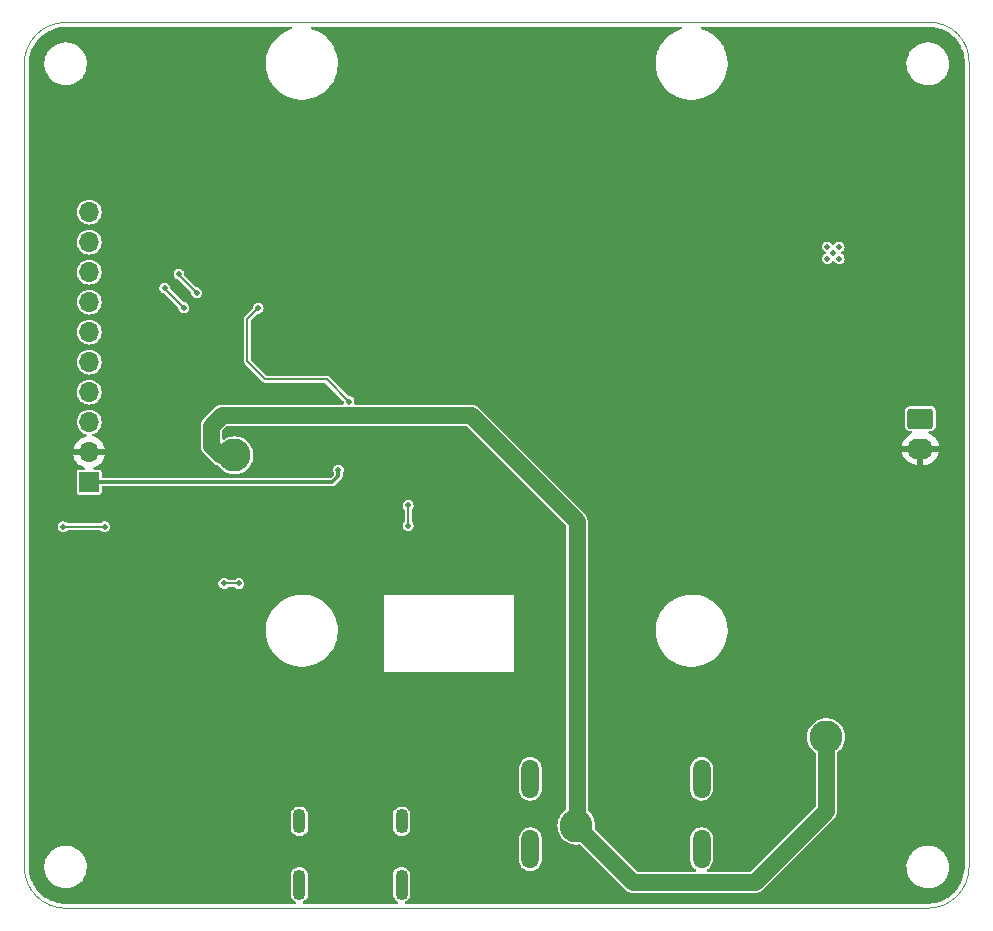
<source format=gbl>
%TF.GenerationSoftware,KiCad,Pcbnew,(5.99.0-9568-gb9d26a55f2)*%
%TF.CreationDate,2021-03-08T15:42:00+01:00*%
%TF.ProjectId,cm4_cb_use_v01,636d345f-6362-45f7-9573-655f7630312e,v01*%
%TF.SameCoordinates,PXa0d7c80PY44cb540*%
%TF.FileFunction,Copper,L2,Bot*%
%TF.FilePolarity,Positive*%
%FSLAX46Y46*%
G04 Gerber Fmt 4.6, Leading zero omitted, Abs format (unit mm)*
G04 Created by KiCad (PCBNEW (5.99.0-9568-gb9d26a55f2)) date 2021-03-08 15:42:00*
%MOMM*%
%LPD*%
G01*
G04 APERTURE LIST*
G04 Aperture macros list*
%AMRoundRect*
0 Rectangle with rounded corners*
0 $1 Rounding radius*
0 $2 $3 $4 $5 $6 $7 $8 $9 X,Y pos of 4 corners*
0 Add a 4 corners polygon primitive as box body*
4,1,4,$2,$3,$4,$5,$6,$7,$8,$9,$2,$3,0*
0 Add four circle primitives for the rounded corners*
1,1,$1+$1,$2,$3*
1,1,$1+$1,$4,$5*
1,1,$1+$1,$6,$7*
1,1,$1+$1,$8,$9*
0 Add four rect primitives between the rounded corners*
20,1,$1+$1,$2,$3,$4,$5,0*
20,1,$1+$1,$4,$5,$6,$7,0*
20,1,$1+$1,$6,$7,$8,$9,0*
20,1,$1+$1,$8,$9,$2,$3,0*%
G04 Aperture macros list end*
%TA.AperFunction,Profile*%
%ADD10C,0.100000*%
%TD*%
%TA.AperFunction,ComponentPad*%
%ADD11RoundRect,0.550000X0.000000X-0.500000X0.000000X-0.500000X0.000000X0.500000X0.000000X0.500000X0*%
%TD*%
%TA.AperFunction,ComponentPad*%
%ADD12RoundRect,0.550000X0.000000X-0.750000X0.000000X-0.750000X0.000000X0.750000X0.000000X0.750000X0*%
%TD*%
%TA.AperFunction,ComponentPad*%
%ADD13RoundRect,0.250000X-0.845000X0.620000X-0.845000X-0.620000X0.845000X-0.620000X0.845000X0.620000X0*%
%TD*%
%TA.AperFunction,ComponentPad*%
%ADD14O,2.190000X1.740000*%
%TD*%
%TA.AperFunction,ComponentPad*%
%ADD15R,1.700000X1.700000*%
%TD*%
%TA.AperFunction,ComponentPad*%
%ADD16O,1.700000X1.700000*%
%TD*%
%TA.AperFunction,ComponentPad*%
%ADD17C,0.499999*%
%TD*%
%TA.AperFunction,WasherPad*%
%ADD18O,1.500000X3.300000*%
%TD*%
%TA.AperFunction,ViaPad*%
%ADD19C,0.508000*%
%TD*%
%TA.AperFunction,ViaPad*%
%ADD20C,2.800000*%
%TD*%
%TA.AperFunction,Conductor*%
%ADD21C,1.400000*%
%TD*%
%TA.AperFunction,Conductor*%
%ADD22C,0.300000*%
%TD*%
%TA.AperFunction,Conductor*%
%ADD23C,0.200000*%
%TD*%
G04 APERTURE END LIST*
D10*
X-88656000Y23636000D02*
X-15656000Y23636000D01*
X-12156000Y-47864000D02*
X-12156000Y20136000D01*
X-92156000Y20136000D02*
X-92156000Y-47864000D01*
X-12156000Y20136000D02*
G75*
G03*
X-15656000Y23636000I-3325707J174293D01*
G01*
X-92156002Y20136002D02*
G75*
G02*
X-88656000Y23636000I3500000J-2D01*
G01*
X-15655998Y-51363998D02*
G75*
G03*
X-12156000Y-47864000I0J3499998D01*
G01*
X-88656002Y-51364002D02*
G75*
G02*
X-92156000Y-47864000I2J3500000D01*
G01*
X-88656000Y-51364000D02*
X-15656000Y-51364000D01*
D11*
%TO.P,J3,1*%
%TO.N,N/C*%
X-68855056Y-44004000D03*
%TO.P,J3,2*%
X-60215056Y-44004000D03*
D12*
%TO.P,J3,3*%
X-68855056Y-49364000D03*
%TO.P,J3,4*%
X-60215056Y-49364000D03*
%TD*%
D13*
%TO.P,J4,1,7\u002C4V_VCC*%
%TO.N,+7.4V*%
X-16276000Y-9906000D03*
D14*
%TO.P,J4,2,GND*%
%TO.N,GND*%
X-16276000Y-12446000D03*
%TD*%
D15*
%TO.P,J1,1,Pin_1*%
%TO.N,+3.3V*%
X-86656000Y-15289000D03*
D16*
%TO.P,J1,2,Pin_2*%
%TO.N,GND*%
X-86656000Y-12749000D03*
%TO.P,J1,3,Pin_3*%
%TO.N,/CM4 GPIO/GPIO14*%
X-86656000Y-10209000D03*
%TO.P,J1,4,Pin_4*%
%TO.N,/CM4 GPIO/GPIO15*%
X-86656000Y-7669000D03*
%TO.P,J1,5,Pin_5*%
%TO.N,/CM4 GPIO/GPIO10*%
X-86656000Y-5129000D03*
%TO.P,J1,6,Pin_6*%
%TO.N,/CM4 GPIO/GPIO9*%
X-86656000Y-2589000D03*
%TO.P,J1,7,Pin_7*%
%TO.N,/CM4 GPIO/GPIO11*%
X-86656000Y-49000D03*
%TO.P,J1,8,Pin_8*%
%TO.N,/CM4 GPIO/GPIO8*%
X-86656000Y2491000D03*
%TO.P,J1,9,Pin_9*%
%TO.N,/CM4 GPIO/GPIO7*%
X-86656000Y5031000D03*
%TO.P,J1,10,Pin_10*%
%TO.N,/CM4 GPIO/nRPIBOOT*%
X-86656000Y7571000D03*
%TD*%
D17*
%TO.P,J5,~*%
%TO.N,N/C*%
X-23656000Y4136000D03*
X-24155999Y4635999D03*
X-23156001Y4635999D03*
X-23156001Y3636001D03*
X-24155999Y3636001D03*
%TD*%
D18*
%TO.P,J2,*%
%TO.N,*%
X-49306000Y-40409000D03*
X-34806000Y-40409000D03*
X-49306000Y-46369000D03*
X-34806000Y-46369000D03*
%TD*%
D19*
%TO.N,GND*%
X-55372000Y-32004000D03*
X-63656000Y-39864000D03*
X-58156000Y-24364000D03*
X-62156000Y-30864000D03*
X-61468000Y-32004000D03*
X-18656000Y-22864000D03*
X-27656000Y5136000D03*
X-81656000Y-26864000D03*
X-29656000Y-41864000D03*
X-66656000Y-21864000D03*
X-54156000Y-24364000D03*
X-50156000Y-26864000D03*
X-62156000Y-24864000D03*
X-19656000Y16136000D03*
X-51156000Y-24364000D03*
X-50156000Y-27864000D03*
X-38656000Y-19864000D03*
X-18656000Y-43864000D03*
X-50156000Y-24864000D03*
X-50156000Y-25864000D03*
X-41656000Y-14864000D03*
X-85656000Y-43864000D03*
X-79656000Y-13864000D03*
X-50156000Y-29864000D03*
X-60452000Y-32004000D03*
X-61156000Y-24364000D03*
X-52324000Y-32004000D03*
X-57404000Y-32004000D03*
X-62156000Y-26864000D03*
X-56156000Y-24364000D03*
X-59156000Y-24364000D03*
X-60156000Y-24364000D03*
X-62156000Y-27864000D03*
X-50156000Y-28864000D03*
X-73656000Y1136000D03*
X-37656000Y-31864000D03*
X-53156000Y-24364000D03*
X-84656000Y17136000D03*
X-53340000Y-32004000D03*
X-57156000Y-24364000D03*
X-56388000Y-32004000D03*
X-51308000Y-32004000D03*
X-81656000Y-36864000D03*
X-62156000Y-25864000D03*
X-81656000Y-20864000D03*
X-86656000Y12136000D03*
X-62256000Y-37514000D03*
X-52156000Y-24364000D03*
X-62156000Y-28864000D03*
X-55156000Y-24364000D03*
X-50156000Y-30864000D03*
X-62156000Y-29864000D03*
X-54356000Y-32004000D03*
X-58420000Y-32004000D03*
X-59436000Y-32004000D03*
X-79656000Y8136000D03*
X-79656000Y-4864000D03*
X-81656000Y-31864000D03*
D20*
%TO.N,+5V*%
X-74356000Y-13014000D03*
X-24256000Y-36864000D03*
X-45406000Y-44364000D03*
D19*
%TO.N,+3.3V*%
X-65556000Y-14264000D03*
%TO.N,/CM4 GPIO/nRPIBOOT*%
X-88856000Y-19064000D03*
X-85356000Y-19064000D03*
%TO.N,/CM4 GPIO/GPIO7*%
X-79056000Y2336000D03*
X-77564262Y744262D03*
%TO.N,/CM4 GPIO/GPIO8*%
X-80256000Y1136000D03*
X-78656000Y-505738D03*
%TO.N,/CM4 High Speed/USB2_N*%
X-59656000Y-18964000D03*
X-59656000Y-17264000D03*
%TO.N,/CM4 GPIO/nLED_Activity*%
X-72356000Y-564000D03*
X-64656000Y-8464000D03*
X-75256000Y-23864000D03*
X-74002000Y-23864000D03*
%TD*%
D21*
%TO.N,+5V*%
X-24256000Y-43164000D02*
X-30256000Y-49164000D01*
X-76306000Y-12214000D02*
X-75506000Y-13014000D01*
X-45356000Y-18614000D02*
X-54351989Y-9618011D01*
X-24256000Y-36864000D02*
X-24256000Y-43164000D01*
X-40606000Y-49164000D02*
X-45406000Y-44364000D01*
X-76306000Y-10514000D02*
X-76306000Y-12214000D01*
X-54351989Y-9618011D02*
X-75410011Y-9618011D01*
X-45356000Y-44314000D02*
X-45356000Y-18614000D01*
X-75410011Y-9618011D02*
X-76306000Y-10514000D01*
X-45406000Y-44364000D02*
X-45356000Y-44314000D01*
X-75506000Y-13014000D02*
X-74356000Y-13014000D01*
X-30256000Y-49164000D02*
X-40606000Y-49164000D01*
D22*
%TO.N,+3.3V*%
X-65556000Y-14264000D02*
X-65556000Y-14764000D01*
X-65556000Y-14764000D02*
X-66081000Y-15289000D01*
X-66081000Y-15289000D02*
X-86656000Y-15289000D01*
D23*
%TO.N,/CM4 GPIO/nRPIBOOT*%
X-88856000Y-19064000D02*
X-85356000Y-19064000D01*
%TO.N,/CM4 GPIO/GPIO7*%
X-79056000Y2236000D02*
X-79056000Y2336000D01*
X-77564262Y744262D02*
X-79056000Y2236000D01*
%TO.N,/CM4 GPIO/GPIO8*%
X-80256000Y1094262D02*
X-80256000Y1136000D01*
X-78656000Y-505738D02*
X-80256000Y1094262D01*
%TO.N,/CM4 High Speed/USB2_N*%
X-59656000Y-18964000D02*
X-59656000Y-17264000D01*
%TO.N,/CM4 GPIO/nLED_Activity*%
X-64656000Y-8464000D02*
X-66556000Y-6564000D01*
X-73256000Y-5064000D02*
X-73256000Y-1464000D01*
X-73256000Y-1464000D02*
X-72356000Y-564000D01*
X-66556000Y-6564000D02*
X-71756000Y-6564000D01*
X-66856000Y-6564000D02*
X-66556000Y-6564000D01*
X-71756000Y-6564000D02*
X-73256000Y-5064000D01*
X-74002000Y-23864000D02*
X-75256000Y-23864000D01*
%TD*%
%TA.AperFunction,Conductor*%
%TO.N,GND*%
G36*
X-69492881Y23236093D02*
G01*
X-69456917Y23186593D01*
X-69456917Y23125407D01*
X-69492881Y23075907D01*
X-69521714Y23061453D01*
X-69544029Y23054524D01*
X-69726059Y22998002D01*
X-70043168Y22858470D01*
X-70045590Y22857058D01*
X-70045593Y22857056D01*
X-70241898Y22742574D01*
X-70342443Y22683938D01*
X-70620038Y22476649D01*
X-70622082Y22474726D01*
X-70847375Y22262790D01*
X-70872381Y22239267D01*
X-70874196Y22237123D01*
X-70874197Y22237122D01*
X-71027006Y22056617D01*
X-71096231Y21974846D01*
X-71150860Y21893088D01*
X-71286842Y21689575D01*
X-71288708Y21686783D01*
X-71289989Y21684296D01*
X-71289993Y21684289D01*
X-71446052Y21381282D01*
X-71446056Y21381274D01*
X-71447338Y21378784D01*
X-71448333Y21376158D01*
X-71448336Y21376151D01*
X-71548318Y21112253D01*
X-71570082Y21054807D01*
X-71655362Y20719017D01*
X-71702081Y20375732D01*
X-71703164Y20326085D01*
X-71709171Y20050802D01*
X-71709639Y20029365D01*
X-71677938Y19684368D01*
X-71677365Y19681612D01*
X-71677364Y19681607D01*
X-71672266Y19657100D01*
X-71607386Y19345178D01*
X-71606507Y19342512D01*
X-71606505Y19342505D01*
X-71548271Y19165906D01*
X-71498891Y19016156D01*
X-71353846Y18701530D01*
X-71352386Y18699124D01*
X-71188390Y18428866D01*
X-71174118Y18405346D01*
X-70962015Y18131412D01*
X-70720266Y17883249D01*
X-70451978Y17664049D01*
X-70449627Y17662537D01*
X-70449619Y17662531D01*
X-70162953Y17478141D01*
X-70162947Y17478137D01*
X-70160600Y17476628D01*
X-69849879Y17323397D01*
X-69523809Y17206326D01*
X-69521090Y17205686D01*
X-69521084Y17205684D01*
X-69340219Y17163097D01*
X-69186582Y17126920D01*
X-69183804Y17126591D01*
X-69183803Y17126591D01*
X-69085617Y17114970D01*
X-68842534Y17086199D01*
X-68693061Y17085547D01*
X-68498902Y17084699D01*
X-68498897Y17084699D01*
X-68496087Y17084687D01*
X-68479277Y17086528D01*
X-68154487Y17122098D01*
X-68154479Y17122099D01*
X-68151697Y17122404D01*
X-68148960Y17123023D01*
X-68148956Y17123024D01*
X-67816529Y17198245D01*
X-67816525Y17198246D01*
X-67813790Y17198865D01*
X-67486711Y17313086D01*
X-67484193Y17314300D01*
X-67484187Y17314303D01*
X-67177195Y17462378D01*
X-67177192Y17462380D01*
X-67174664Y17463599D01*
X-66881662Y17648470D01*
X-66879476Y17650224D01*
X-66879471Y17650228D01*
X-66613666Y17863559D01*
X-66613663Y17863562D01*
X-66611471Y17865321D01*
X-66595466Y17881466D01*
X-66369549Y18109363D01*
X-66369544Y18109369D01*
X-66367566Y18111364D01*
X-66351761Y18131412D01*
X-66154830Y18381218D01*
X-66154827Y18381222D01*
X-66153081Y18383437D01*
X-65970774Y18678041D01*
X-65822990Y18991390D01*
X-65711627Y19319453D01*
X-65638118Y19658014D01*
X-65612144Y19915965D01*
X-65603603Y20000781D01*
X-65603602Y20000790D01*
X-65603408Y20002721D01*
X-65602887Y20026569D01*
X-65601819Y20075561D01*
X-65600500Y20136000D01*
X-65609623Y20296658D01*
X-65619982Y20479097D01*
X-65619983Y20479102D01*
X-65620141Y20481892D01*
X-65678812Y20823338D01*
X-65704033Y20909869D01*
X-65774975Y21153258D01*
X-65774976Y21153262D01*
X-65775759Y21155947D01*
X-65815329Y21250310D01*
X-65908645Y21472844D01*
X-65908646Y21472846D01*
X-65909735Y21475443D01*
X-65935841Y21522060D01*
X-66077641Y21775262D01*
X-66079017Y21777719D01*
X-66136956Y21858201D01*
X-66279796Y22056617D01*
X-66279797Y22056618D01*
X-66281431Y22058888D01*
X-66514372Y22315337D01*
X-66565384Y22360074D01*
X-66772733Y22541914D01*
X-66772734Y22541914D01*
X-66774846Y22543767D01*
X-67059506Y22741242D01*
X-67364690Y22905223D01*
X-67367296Y22906263D01*
X-67367301Y22906265D01*
X-67683872Y23032564D01*
X-67686476Y23033603D01*
X-67785082Y23060486D01*
X-67836251Y23094034D01*
X-67857928Y23151250D01*
X-67841834Y23210281D01*
X-67794117Y23248578D01*
X-67759042Y23255000D01*
X-36551072Y23255000D01*
X-36492881Y23236093D01*
X-36456917Y23186593D01*
X-36456917Y23125407D01*
X-36492881Y23075907D01*
X-36521714Y23061453D01*
X-36544029Y23054524D01*
X-36726059Y22998002D01*
X-37043168Y22858470D01*
X-37045590Y22857058D01*
X-37045593Y22857056D01*
X-37241898Y22742574D01*
X-37342443Y22683938D01*
X-37620038Y22476649D01*
X-37622082Y22474726D01*
X-37847375Y22262790D01*
X-37872381Y22239267D01*
X-37874196Y22237123D01*
X-37874197Y22237122D01*
X-38027006Y22056617D01*
X-38096231Y21974846D01*
X-38150860Y21893088D01*
X-38286842Y21689575D01*
X-38288708Y21686783D01*
X-38289989Y21684296D01*
X-38289993Y21684289D01*
X-38446052Y21381282D01*
X-38446056Y21381274D01*
X-38447338Y21378784D01*
X-38448333Y21376158D01*
X-38448336Y21376151D01*
X-38548318Y21112253D01*
X-38570082Y21054807D01*
X-38655362Y20719017D01*
X-38702081Y20375732D01*
X-38703164Y20326085D01*
X-38709171Y20050802D01*
X-38709639Y20029365D01*
X-38677938Y19684368D01*
X-38677365Y19681612D01*
X-38677364Y19681607D01*
X-38672266Y19657100D01*
X-38607386Y19345178D01*
X-38606507Y19342512D01*
X-38606505Y19342505D01*
X-38548271Y19165906D01*
X-38498891Y19016156D01*
X-38353846Y18701530D01*
X-38352386Y18699124D01*
X-38188390Y18428866D01*
X-38174118Y18405346D01*
X-37962015Y18131412D01*
X-37720266Y17883249D01*
X-37451978Y17664049D01*
X-37449627Y17662537D01*
X-37449619Y17662531D01*
X-37162953Y17478141D01*
X-37162947Y17478137D01*
X-37160600Y17476628D01*
X-36849879Y17323397D01*
X-36523809Y17206326D01*
X-36521090Y17205686D01*
X-36521084Y17205684D01*
X-36340219Y17163097D01*
X-36186582Y17126920D01*
X-36183804Y17126591D01*
X-36183803Y17126591D01*
X-36085617Y17114970D01*
X-35842534Y17086199D01*
X-35693061Y17085547D01*
X-35498902Y17084699D01*
X-35498897Y17084699D01*
X-35496087Y17084687D01*
X-35479277Y17086528D01*
X-35154487Y17122098D01*
X-35154479Y17122099D01*
X-35151697Y17122404D01*
X-35148960Y17123023D01*
X-35148956Y17123024D01*
X-34816529Y17198245D01*
X-34816525Y17198246D01*
X-34813790Y17198865D01*
X-34486711Y17313086D01*
X-34484193Y17314300D01*
X-34484187Y17314303D01*
X-34177195Y17462378D01*
X-34177192Y17462380D01*
X-34174664Y17463599D01*
X-33881662Y17648470D01*
X-33879476Y17650224D01*
X-33879471Y17650228D01*
X-33613666Y17863559D01*
X-33613663Y17863562D01*
X-33611471Y17865321D01*
X-33595466Y17881466D01*
X-33369549Y18109363D01*
X-33369544Y18109369D01*
X-33367566Y18111364D01*
X-33351761Y18131412D01*
X-33154830Y18381218D01*
X-33154827Y18381222D01*
X-33153081Y18383437D01*
X-32970774Y18678041D01*
X-32822990Y18991390D01*
X-32711627Y19319453D01*
X-32638118Y19658014D01*
X-32612144Y19915965D01*
X-32603603Y20000781D01*
X-32603602Y20000790D01*
X-32603408Y20002721D01*
X-32602887Y20026569D01*
X-32601819Y20075561D01*
X-32600500Y20136000D01*
X-32603184Y20183262D01*
X-17460881Y20183262D01*
X-17448042Y19915965D01*
X-17419506Y19772505D01*
X-17397287Y19660803D01*
X-17395835Y19653501D01*
X-17305406Y19401637D01*
X-17178743Y19165906D01*
X-17176543Y19162960D01*
X-17048426Y18991390D01*
X-17018628Y18951485D01*
X-16828578Y18763087D01*
X-16612769Y18604849D01*
X-16375941Y18480248D01*
X-16123298Y18392021D01*
X-16119694Y18391337D01*
X-16119695Y18391337D01*
X-15863997Y18342791D01*
X-15863995Y18342791D01*
X-15860388Y18342106D01*
X-15714666Y18336381D01*
X-15596659Y18331744D01*
X-15596656Y18331744D01*
X-15592989Y18331600D01*
X-15456379Y18346561D01*
X-15330615Y18360334D01*
X-15330612Y18360335D01*
X-15326974Y18360733D01*
X-15068187Y18428866D01*
X-14822313Y18534502D01*
X-14819186Y18536437D01*
X-14597880Y18673385D01*
X-14597875Y18673389D01*
X-14594754Y18675320D01*
X-14591539Y18678041D01*
X-14393308Y18845856D01*
X-14390508Y18848226D01*
X-14214064Y19049423D01*
X-14069296Y19274490D01*
X-14050238Y19316796D01*
X-13960893Y19515135D01*
X-13960892Y19515137D01*
X-13959385Y19518483D01*
X-13921306Y19653501D01*
X-13887743Y19772505D01*
X-13887742Y19772508D01*
X-13886746Y19776041D01*
X-13852974Y20041507D01*
X-13852224Y20070151D01*
X-13850565Y20133508D01*
X-13850565Y20133513D01*
X-13850500Y20136000D01*
X-13864626Y20326085D01*
X-13870060Y20399216D01*
X-13870061Y20399222D01*
X-13870332Y20402870D01*
X-13929392Y20663877D01*
X-13933280Y20673876D01*
X-14025052Y20909869D01*
X-14025054Y20909874D01*
X-14026382Y20913288D01*
X-14159173Y21145623D01*
X-14324846Y21355778D01*
X-14327519Y21358292D01*
X-14327524Y21358298D01*
X-14482668Y21504242D01*
X-14519762Y21539137D01*
X-14739639Y21691671D01*
X-14979648Y21810030D01*
X-15189319Y21877147D01*
X-15231012Y21890493D01*
X-15234514Y21891614D01*
X-15454169Y21927387D01*
X-15495023Y21934041D01*
X-15495024Y21934041D01*
X-15498640Y21934630D01*
X-15502303Y21934678D01*
X-15502304Y21934678D01*
X-15632431Y21936381D01*
X-15766223Y21938132D01*
X-15769851Y21937638D01*
X-15769855Y21937638D01*
X-15898804Y21920088D01*
X-16031385Y21902045D01*
X-16288299Y21827162D01*
X-16531324Y21715126D01*
X-16534391Y21713115D01*
X-16534395Y21713113D01*
X-16741102Y21577589D01*
X-16755119Y21568399D01*
X-16757852Y21565960D01*
X-16757853Y21565959D01*
X-16859268Y21475443D01*
X-16954768Y21390206D01*
X-16957115Y21387384D01*
X-16957116Y21387383D01*
X-16985806Y21352887D01*
X-17125886Y21184459D01*
X-17127791Y21181319D01*
X-17127795Y21181314D01*
X-17206213Y21052084D01*
X-17264712Y20955680D01*
X-17266131Y20952295D01*
X-17266133Y20952292D01*
X-17283051Y20911946D01*
X-17368198Y20708894D01*
X-17369103Y20705332D01*
X-17369103Y20705331D01*
X-17393619Y20608797D01*
X-17434070Y20449522D01*
X-17460881Y20183262D01*
X-32603184Y20183262D01*
X-32609623Y20296658D01*
X-32619982Y20479097D01*
X-32619983Y20479102D01*
X-32620141Y20481892D01*
X-32678812Y20823338D01*
X-32704033Y20909869D01*
X-32774975Y21153258D01*
X-32774976Y21153262D01*
X-32775759Y21155947D01*
X-32815329Y21250310D01*
X-32908645Y21472844D01*
X-32908646Y21472846D01*
X-32909735Y21475443D01*
X-32935841Y21522060D01*
X-33077641Y21775262D01*
X-33079017Y21777719D01*
X-33136956Y21858201D01*
X-33279796Y22056617D01*
X-33279797Y22056618D01*
X-33281431Y22058888D01*
X-33514372Y22315337D01*
X-33565384Y22360074D01*
X-33772733Y22541914D01*
X-33772734Y22541914D01*
X-33774846Y22543767D01*
X-34059506Y22741242D01*
X-34364690Y22905223D01*
X-34367296Y22906263D01*
X-34367301Y22906265D01*
X-34683872Y23032564D01*
X-34686476Y23033603D01*
X-34785082Y23060486D01*
X-34836251Y23094034D01*
X-34857928Y23151250D01*
X-34841834Y23210281D01*
X-34794117Y23248578D01*
X-34759042Y23255000D01*
X-15744404Y23255000D01*
X-15720690Y23251418D01*
X-15720681Y23251472D01*
X-15718459Y23251081D01*
X-15715162Y23250583D01*
X-15714545Y23250392D01*
X-15714540Y23250391D01*
X-15708595Y23248553D01*
X-15702378Y23248251D01*
X-15702377Y23248251D01*
X-15702110Y23248238D01*
X-15699080Y23248091D01*
X-15696941Y23248172D01*
X-15696937Y23248172D01*
X-15530561Y23254475D01*
X-15526467Y23254545D01*
X-15487064Y23254407D01*
X-15436832Y23254232D01*
X-15431308Y23254059D01*
X-15183207Y23239320D01*
X-15177715Y23238839D01*
X-15108936Y23230881D01*
X-15103461Y23230092D01*
X-14858574Y23187792D01*
X-14853180Y23186705D01*
X-14785706Y23171128D01*
X-14780357Y23169734D01*
X-14541696Y23100396D01*
X-14536432Y23098706D01*
X-14471180Y23075727D01*
X-14466019Y23073746D01*
X-14236543Y22978225D01*
X-14231501Y22975959D01*
X-14169198Y22945841D01*
X-14164308Y22943306D01*
X-14075693Y22894186D01*
X-13946917Y22822804D01*
X-13942159Y22819991D01*
X-13883598Y22783113D01*
X-13879019Y22780048D01*
X-13826288Y22742574D01*
X-13676392Y22636049D01*
X-13671990Y22632731D01*
X-13619215Y22590602D01*
X-13617935Y22589580D01*
X-13613713Y22586012D01*
X-13428416Y22420338D01*
X-13424399Y22416540D01*
X-13375459Y22367600D01*
X-13371661Y22363583D01*
X-13206021Y22178326D01*
X-13202453Y22174103D01*
X-13159251Y22119985D01*
X-13155923Y22115569D01*
X-13011954Y21912982D01*
X-13008879Y21908389D01*
X-12972019Y21849857D01*
X-12969205Y21845098D01*
X-12848700Y21627703D01*
X-12846155Y21622795D01*
X-12816044Y21560507D01*
X-12813780Y21555469D01*
X-12811763Y21550624D01*
X-12718256Y21325987D01*
X-12716275Y21320826D01*
X-12693296Y21255574D01*
X-12691606Y21250310D01*
X-12622262Y21011625D01*
X-12620868Y21006275D01*
X-12605301Y20938848D01*
X-12604209Y20933429D01*
X-12562622Y20692671D01*
X-12561907Y20688529D01*
X-12561118Y20683057D01*
X-12553163Y20614305D01*
X-12552682Y20608810D01*
X-12543430Y20453083D01*
X-12537941Y20360695D01*
X-12537768Y20355170D01*
X-12537455Y20265530D01*
X-12537525Y20261437D01*
X-12542860Y20120594D01*
X-12542342Y20116540D01*
X-12542342Y20116539D01*
X-12537798Y20080972D01*
X-12537000Y20068426D01*
X-12537000Y-47769827D01*
X-12539134Y-47788746D01*
X-12540304Y-47791949D01*
X-12541245Y-47801429D01*
X-12541272Y-47803553D01*
X-12541272Y-47803559D01*
X-12541644Y-47833210D01*
X-12543246Y-47960960D01*
X-12543424Y-47975112D01*
X-12543551Y-47979032D01*
X-12545834Y-48022587D01*
X-12547692Y-48058040D01*
X-12548098Y-48063206D01*
X-12574596Y-48315323D01*
X-12575273Y-48320462D01*
X-12584999Y-48381868D01*
X-12585943Y-48386964D01*
X-12638645Y-48634912D01*
X-12639855Y-48639951D01*
X-12655965Y-48700076D01*
X-12657432Y-48705029D01*
X-12735761Y-48946101D01*
X-12737480Y-48950956D01*
X-12759802Y-49009106D01*
X-12761762Y-49013838D01*
X-12864868Y-49245418D01*
X-12864869Y-49245420D01*
X-12867089Y-49250075D01*
X-12882103Y-49279542D01*
X-12895353Y-49305545D01*
X-12897825Y-49310098D01*
X-13024549Y-49529593D01*
X-13027258Y-49534013D01*
X-13061156Y-49586211D01*
X-13064091Y-49590482D01*
X-13123447Y-49672179D01*
X-13191393Y-49765699D01*
X-13213077Y-49795544D01*
X-13216226Y-49799648D01*
X-13255415Y-49848041D01*
X-13258742Y-49851936D01*
X-13393949Y-50002100D01*
X-13428331Y-50040285D01*
X-13431898Y-50044045D01*
X-13475955Y-50088102D01*
X-13479714Y-50091668D01*
X-13658501Y-50252649D01*
X-13668035Y-50261233D01*
X-13671970Y-50264594D01*
X-13720364Y-50303782D01*
X-13724448Y-50306917D01*
X-13865985Y-50409750D01*
X-13929508Y-50455902D01*
X-13933779Y-50458837D01*
X-13985977Y-50492735D01*
X-13990396Y-50495443D01*
X-14184300Y-50607394D01*
X-14209914Y-50622182D01*
X-14214449Y-50624644D01*
X-14269936Y-50652916D01*
X-14274548Y-50655116D01*
X-14506171Y-50758240D01*
X-14510886Y-50760194D01*
X-14569028Y-50782512D01*
X-14573875Y-50784229D01*
X-14634435Y-50803906D01*
X-14814982Y-50862569D01*
X-14819936Y-50864037D01*
X-14880041Y-50880142D01*
X-14885058Y-50881346D01*
X-15133040Y-50934056D01*
X-15138132Y-50934999D01*
X-15199552Y-50944727D01*
X-15204668Y-50945401D01*
X-15322087Y-50957743D01*
X-15456769Y-50971899D01*
X-15461936Y-50972305D01*
X-15540967Y-50976447D01*
X-15544867Y-50976573D01*
X-15690877Y-50978405D01*
X-15706543Y-50981215D01*
X-15707814Y-50981443D01*
X-15725293Y-50982998D01*
X-59846868Y-50982999D01*
X-59905059Y-50964092D01*
X-59941023Y-50914592D01*
X-59941023Y-50853406D01*
X-59905059Y-50803906D01*
X-59887159Y-50794399D01*
X-59887323Y-50794072D01*
X-59882181Y-50791497D01*
X-59876773Y-50789534D01*
X-59730440Y-50693593D01*
X-59726491Y-50689424D01*
X-59726487Y-50689421D01*
X-59614058Y-50570738D01*
X-59610102Y-50566562D01*
X-59558240Y-50477276D01*
X-59525105Y-50420229D01*
X-59525105Y-50420228D01*
X-59522216Y-50415255D01*
X-59483614Y-50287803D01*
X-59472967Y-50252649D01*
X-59472967Y-50252647D01*
X-59471495Y-50247788D01*
X-59464556Y-50170036D01*
X-59464556Y-48571105D01*
X-59479818Y-48440197D01*
X-59491268Y-48408651D01*
X-59537558Y-48281126D01*
X-59539521Y-48275718D01*
X-59635462Y-48129385D01*
X-59639631Y-48125436D01*
X-59639634Y-48125432D01*
X-59758317Y-48013003D01*
X-59762493Y-48009047D01*
X-59767463Y-48006160D01*
X-59767466Y-48006158D01*
X-59908826Y-47924050D01*
X-59908827Y-47924050D01*
X-59913800Y-47921161D01*
X-60047305Y-47880726D01*
X-60076406Y-47871912D01*
X-60076408Y-47871912D01*
X-60081267Y-47870440D01*
X-60086327Y-47869988D01*
X-60086329Y-47869988D01*
X-60156832Y-47863696D01*
X-60156836Y-47863696D01*
X-60159030Y-47863500D01*
X-60257944Y-47863500D01*
X-60388860Y-47878763D01*
X-60394266Y-47880725D01*
X-60394269Y-47880726D01*
X-60501072Y-47919494D01*
X-60553339Y-47938466D01*
X-60699672Y-48034407D01*
X-60703621Y-48038576D01*
X-60703625Y-48038579D01*
X-60812732Y-48153756D01*
X-60820010Y-48161438D01*
X-60822897Y-48166408D01*
X-60822899Y-48166411D01*
X-60879292Y-48263500D01*
X-60907896Y-48312745D01*
X-60958617Y-48480212D01*
X-60965556Y-48557964D01*
X-60965556Y-50156895D01*
X-60950294Y-50287803D01*
X-60948332Y-50293209D01*
X-60948331Y-50293212D01*
X-60924428Y-50359064D01*
X-60890591Y-50452282D01*
X-60794650Y-50598615D01*
X-60790481Y-50602564D01*
X-60790478Y-50602568D01*
X-60691062Y-50696745D01*
X-60667619Y-50718953D01*
X-60662649Y-50721840D01*
X-60662646Y-50721842D01*
X-60600000Y-50758229D01*
X-60530853Y-50798393D01*
X-60490032Y-50843969D01*
X-60483796Y-50904835D01*
X-60514527Y-50957743D01*
X-60570487Y-50982483D01*
X-60580578Y-50982999D01*
X-68486869Y-50982999D01*
X-68545060Y-50964092D01*
X-68581024Y-50914592D01*
X-68581024Y-50853406D01*
X-68545060Y-50803906D01*
X-68527159Y-50794400D01*
X-68527323Y-50794072D01*
X-68522181Y-50791497D01*
X-68516773Y-50789534D01*
X-68370440Y-50693593D01*
X-68366491Y-50689424D01*
X-68366487Y-50689421D01*
X-68254058Y-50570738D01*
X-68250102Y-50566562D01*
X-68198240Y-50477276D01*
X-68165105Y-50420229D01*
X-68165105Y-50420228D01*
X-68162216Y-50415255D01*
X-68123614Y-50287803D01*
X-68112967Y-50252649D01*
X-68112967Y-50252647D01*
X-68111495Y-50247788D01*
X-68104556Y-50170036D01*
X-68104556Y-48571105D01*
X-68119818Y-48440197D01*
X-68131268Y-48408651D01*
X-68177558Y-48281126D01*
X-68179521Y-48275718D01*
X-68275462Y-48129385D01*
X-68279631Y-48125436D01*
X-68279634Y-48125432D01*
X-68398317Y-48013003D01*
X-68402493Y-48009047D01*
X-68407463Y-48006160D01*
X-68407466Y-48006158D01*
X-68548826Y-47924050D01*
X-68548827Y-47924050D01*
X-68553800Y-47921161D01*
X-68687305Y-47880726D01*
X-68716406Y-47871912D01*
X-68716408Y-47871912D01*
X-68721267Y-47870440D01*
X-68726327Y-47869988D01*
X-68726329Y-47869988D01*
X-68796832Y-47863696D01*
X-68796836Y-47863696D01*
X-68799030Y-47863500D01*
X-68897944Y-47863500D01*
X-69028860Y-47878763D01*
X-69034266Y-47880725D01*
X-69034269Y-47880726D01*
X-69141072Y-47919494D01*
X-69193339Y-47938466D01*
X-69339672Y-48034407D01*
X-69343621Y-48038576D01*
X-69343625Y-48038579D01*
X-69452732Y-48153756D01*
X-69460010Y-48161438D01*
X-69462897Y-48166408D01*
X-69462899Y-48166411D01*
X-69519292Y-48263500D01*
X-69547896Y-48312745D01*
X-69598617Y-48480212D01*
X-69605556Y-48557964D01*
X-69605556Y-50156895D01*
X-69590294Y-50287803D01*
X-69588332Y-50293209D01*
X-69588331Y-50293212D01*
X-69564428Y-50359064D01*
X-69530591Y-50452282D01*
X-69434650Y-50598615D01*
X-69430481Y-50602564D01*
X-69430478Y-50602568D01*
X-69331062Y-50696745D01*
X-69307619Y-50718953D01*
X-69302649Y-50721840D01*
X-69302646Y-50721842D01*
X-69240000Y-50758229D01*
X-69170853Y-50798393D01*
X-69130032Y-50843969D01*
X-69123796Y-50904835D01*
X-69154527Y-50957743D01*
X-69210487Y-50982483D01*
X-69220578Y-50982999D01*
X-88466892Y-50983000D01*
X-88561839Y-50983000D01*
X-88580751Y-50980867D01*
X-88583951Y-50979698D01*
X-88593431Y-50978757D01*
X-88595555Y-50978730D01*
X-88595561Y-50978730D01*
X-88767074Y-50976578D01*
X-88771013Y-50976450D01*
X-88850067Y-50972307D01*
X-88855234Y-50971901D01*
X-89107289Y-50945410D01*
X-89112428Y-50944733D01*
X-89139048Y-50940517D01*
X-89173915Y-50934995D01*
X-89178998Y-50934053D01*
X-89316457Y-50904835D01*
X-89426910Y-50881357D01*
X-89431949Y-50880147D01*
X-89492098Y-50864030D01*
X-89497044Y-50862565D01*
X-89738111Y-50784237D01*
X-89742968Y-50782517D01*
X-89763563Y-50774611D01*
X-89801085Y-50760208D01*
X-89805849Y-50758234D01*
X-90037429Y-50655128D01*
X-90037431Y-50655127D01*
X-90042108Y-50652896D01*
X-90097533Y-50624656D01*
X-90102089Y-50622183D01*
X-90321611Y-50495443D01*
X-90326031Y-50492734D01*
X-90378202Y-50458853D01*
X-90382473Y-50455918D01*
X-90587555Y-50306917D01*
X-90591667Y-50303761D01*
X-90640002Y-50264620D01*
X-90643943Y-50261255D01*
X-90643967Y-50261233D01*
X-90832322Y-50091638D01*
X-90836074Y-50088078D01*
X-90856704Y-50067448D01*
X-90880106Y-50044045D01*
X-90883630Y-50040332D01*
X-91053250Y-49851949D01*
X-91056607Y-49848017D01*
X-91095774Y-49799650D01*
X-91098930Y-49795538D01*
X-91127101Y-49756763D01*
X-91247922Y-49590467D01*
X-91250854Y-49586199D01*
X-91284725Y-49534042D01*
X-91287434Y-49529623D01*
X-91414178Y-49310096D01*
X-91416651Y-49305540D01*
X-91444901Y-49250095D01*
X-91447132Y-49245418D01*
X-91533644Y-49051110D01*
X-91550238Y-49013839D01*
X-91552201Y-49009101D01*
X-91574517Y-48950967D01*
X-91576236Y-48946112D01*
X-91576239Y-48946101D01*
X-91654561Y-48705052D01*
X-91656033Y-48700082D01*
X-91672147Y-48639943D01*
X-91673357Y-48634903D01*
X-91726053Y-48386986D01*
X-91726997Y-48381890D01*
X-91736729Y-48320446D01*
X-91737406Y-48315307D01*
X-91763901Y-48063219D01*
X-91764307Y-48058053D01*
X-91768448Y-47979052D01*
X-91768576Y-47975112D01*
X-91768753Y-47960960D01*
X-91770407Y-47829121D01*
X-91772628Y-47816738D01*
X-90460881Y-47816738D01*
X-90460705Y-47820404D01*
X-90460705Y-47820406D01*
X-90457036Y-47896788D01*
X-90448042Y-48084035D01*
X-90419506Y-48227495D01*
X-90402039Y-48315307D01*
X-90395835Y-48346499D01*
X-90394595Y-48349954D01*
X-90394594Y-48349956D01*
X-90350642Y-48472371D01*
X-90305406Y-48598363D01*
X-90178743Y-48834094D01*
X-90138411Y-48888105D01*
X-90044510Y-49013854D01*
X-90018628Y-49048515D01*
X-89828578Y-49236913D01*
X-89825617Y-49239084D01*
X-89825616Y-49239085D01*
X-89766895Y-49282141D01*
X-89612769Y-49395151D01*
X-89375941Y-49519752D01*
X-89123298Y-49607979D01*
X-89119694Y-49608663D01*
X-89119695Y-49608663D01*
X-88863997Y-49657209D01*
X-88863995Y-49657209D01*
X-88860388Y-49657894D01*
X-88714666Y-49663619D01*
X-88596659Y-49668256D01*
X-88596656Y-49668256D01*
X-88592989Y-49668400D01*
X-88450234Y-49652766D01*
X-88330615Y-49639666D01*
X-88330612Y-49639665D01*
X-88326974Y-49639267D01*
X-88068187Y-49571134D01*
X-87822313Y-49465498D01*
X-87819186Y-49463563D01*
X-87597880Y-49326615D01*
X-87597875Y-49326611D01*
X-87594754Y-49324680D01*
X-87577526Y-49310096D01*
X-87488021Y-49234324D01*
X-87390508Y-49151774D01*
X-87214064Y-48950577D01*
X-87069296Y-48725510D01*
X-87057841Y-48700082D01*
X-86960893Y-48484865D01*
X-86960892Y-48484863D01*
X-86959385Y-48481517D01*
X-86957646Y-48475351D01*
X-86887743Y-48227495D01*
X-86887742Y-48227492D01*
X-86886746Y-48223959D01*
X-86852974Y-47958493D01*
X-86852072Y-47924050D01*
X-86850565Y-47866492D01*
X-86850565Y-47866487D01*
X-86850500Y-47864000D01*
X-86866744Y-47645411D01*
X-86870060Y-47600784D01*
X-86870061Y-47600778D01*
X-86870332Y-47597130D01*
X-86929392Y-47336123D01*
X-87026382Y-47086712D01*
X-87159173Y-46854377D01*
X-87324846Y-46644222D01*
X-87327519Y-46641708D01*
X-87327524Y-46641702D01*
X-87517090Y-46463377D01*
X-87519762Y-46460863D01*
X-87739639Y-46308329D01*
X-87979648Y-46189970D01*
X-88234514Y-46108386D01*
X-88498640Y-46065370D01*
X-88502303Y-46065322D01*
X-88502304Y-46065322D01*
X-88632431Y-46063619D01*
X-88766223Y-46061868D01*
X-88769851Y-46062362D01*
X-88769855Y-46062362D01*
X-88898804Y-46079911D01*
X-89031385Y-46097955D01*
X-89288299Y-46172838D01*
X-89531324Y-46284874D01*
X-89534391Y-46286885D01*
X-89534395Y-46286887D01*
X-89564616Y-46306701D01*
X-89755119Y-46431601D01*
X-89757852Y-46434040D01*
X-89757853Y-46434041D01*
X-89790721Y-46463377D01*
X-89954768Y-46609794D01*
X-89957115Y-46612616D01*
X-89957116Y-46612617D01*
X-89985806Y-46647113D01*
X-90125886Y-46815541D01*
X-90127791Y-46818681D01*
X-90127795Y-46818686D01*
X-90151387Y-46857565D01*
X-90264712Y-47044320D01*
X-90266131Y-47047705D01*
X-90266133Y-47047708D01*
X-90283922Y-47090131D01*
X-90368198Y-47291106D01*
X-90369103Y-47294668D01*
X-90369103Y-47294669D01*
X-90388895Y-47372602D01*
X-90434070Y-47550478D01*
X-90460881Y-47816738D01*
X-91772628Y-47816738D01*
X-91773445Y-47812184D01*
X-91775000Y-47794705D01*
X-91775000Y-45373588D01*
X-50256500Y-45373588D01*
X-50256500Y-47318224D01*
X-50256247Y-47320712D01*
X-50256247Y-47320717D01*
X-50250976Y-47372602D01*
X-50241984Y-47461130D01*
X-50184234Y-47645411D01*
X-50090608Y-47814317D01*
X-50069617Y-47838807D01*
X-49985881Y-47936503D01*
X-49964931Y-47960946D01*
X-49960964Y-47964023D01*
X-49816298Y-48076239D01*
X-49816293Y-48076242D01*
X-49812338Y-48079310D01*
X-49639061Y-48164573D01*
X-49550462Y-48187651D01*
X-49457036Y-48211987D01*
X-49457032Y-48211988D01*
X-49452178Y-48213252D01*
X-49447166Y-48213515D01*
X-49447164Y-48213515D01*
X-49379134Y-48217080D01*
X-49259324Y-48223359D01*
X-49068377Y-48194481D01*
X-48887136Y-48127798D01*
X-48882878Y-48125158D01*
X-48882876Y-48125157D01*
X-48727270Y-48028677D01*
X-48727269Y-48028676D01*
X-48723006Y-48026033D01*
X-48582691Y-47893343D01*
X-48579817Y-47889238D01*
X-48579814Y-47889235D01*
X-48474798Y-47739256D01*
X-48471923Y-47735150D01*
X-48395226Y-47557914D01*
X-48355734Y-47368877D01*
X-48355500Y-47364412D01*
X-48355500Y-45419776D01*
X-48360059Y-45374891D01*
X-48369509Y-45281857D01*
X-48369510Y-45281853D01*
X-48370016Y-45276870D01*
X-48422638Y-45108953D01*
X-48426267Y-45097372D01*
X-48426267Y-45097371D01*
X-48427766Y-45092589D01*
X-48521392Y-44923683D01*
X-48589126Y-44844657D01*
X-48643803Y-44780864D01*
X-48643805Y-44780862D01*
X-48647069Y-44777054D01*
X-48674831Y-44755520D01*
X-48795702Y-44661761D01*
X-48795707Y-44661758D01*
X-48799662Y-44658690D01*
X-48972939Y-44573427D01*
X-49063864Y-44549743D01*
X-49154964Y-44526013D01*
X-49154968Y-44526012D01*
X-49159822Y-44524748D01*
X-49164834Y-44524485D01*
X-49164836Y-44524485D01*
X-49232866Y-44520920D01*
X-49352676Y-44514641D01*
X-49543623Y-44543519D01*
X-49724864Y-44610202D01*
X-49729122Y-44612842D01*
X-49729124Y-44612843D01*
X-49842617Y-44683212D01*
X-49888994Y-44711967D01*
X-50029309Y-44844657D01*
X-50032183Y-44848762D01*
X-50032186Y-44848765D01*
X-50137202Y-44998744D01*
X-50140077Y-45002850D01*
X-50216774Y-45180086D01*
X-50256266Y-45369123D01*
X-50256500Y-45373588D01*
X-91775000Y-45373588D01*
X-91775000Y-43447964D01*
X-69605556Y-43447964D01*
X-69605556Y-44546895D01*
X-69590294Y-44677803D01*
X-69588332Y-44683209D01*
X-69588331Y-44683212D01*
X-69555385Y-44773977D01*
X-69530591Y-44842282D01*
X-69434650Y-44988615D01*
X-69430481Y-44992564D01*
X-69430478Y-44992568D01*
X-69331062Y-45086745D01*
X-69307619Y-45108953D01*
X-69302649Y-45111840D01*
X-69302646Y-45111842D01*
X-69176712Y-45184990D01*
X-69156312Y-45196839D01*
X-69065426Y-45224366D01*
X-68993706Y-45246088D01*
X-68993704Y-45246088D01*
X-68988845Y-45247560D01*
X-68983785Y-45248012D01*
X-68983783Y-45248012D01*
X-68913280Y-45254304D01*
X-68913276Y-45254304D01*
X-68911082Y-45254500D01*
X-68812168Y-45254500D01*
X-68681252Y-45239237D01*
X-68675846Y-45237275D01*
X-68675843Y-45237274D01*
X-68522181Y-45181497D01*
X-68516773Y-45179534D01*
X-68370440Y-45083593D01*
X-68366491Y-45079424D01*
X-68366487Y-45079421D01*
X-68254058Y-44960738D01*
X-68250102Y-44956562D01*
X-68233554Y-44928074D01*
X-68165105Y-44810229D01*
X-68165105Y-44810228D01*
X-68162216Y-44805255D01*
X-68118756Y-44661761D01*
X-68112967Y-44642649D01*
X-68112967Y-44642647D01*
X-68111495Y-44637788D01*
X-68109129Y-44611284D01*
X-68104752Y-44562234D01*
X-68104752Y-44562230D01*
X-68104556Y-44560036D01*
X-68104556Y-43461105D01*
X-68106088Y-43447964D01*
X-60965556Y-43447964D01*
X-60965556Y-44546895D01*
X-60950294Y-44677803D01*
X-60948332Y-44683209D01*
X-60948331Y-44683212D01*
X-60915385Y-44773977D01*
X-60890591Y-44842282D01*
X-60794650Y-44988615D01*
X-60790481Y-44992564D01*
X-60790478Y-44992568D01*
X-60691062Y-45086745D01*
X-60667619Y-45108953D01*
X-60662649Y-45111840D01*
X-60662646Y-45111842D01*
X-60536712Y-45184990D01*
X-60516312Y-45196839D01*
X-60425426Y-45224366D01*
X-60353706Y-45246088D01*
X-60353704Y-45246088D01*
X-60348845Y-45247560D01*
X-60343785Y-45248012D01*
X-60343783Y-45248012D01*
X-60273280Y-45254304D01*
X-60273276Y-45254304D01*
X-60271082Y-45254500D01*
X-60172168Y-45254500D01*
X-60041252Y-45239237D01*
X-60035846Y-45237275D01*
X-60035843Y-45237274D01*
X-59882181Y-45181497D01*
X-59876773Y-45179534D01*
X-59730440Y-45083593D01*
X-59726491Y-45079424D01*
X-59726487Y-45079421D01*
X-59614058Y-44960738D01*
X-59610102Y-44956562D01*
X-59593554Y-44928074D01*
X-59525105Y-44810229D01*
X-59525105Y-44810228D01*
X-59522216Y-44805255D01*
X-59478756Y-44661761D01*
X-59472967Y-44642649D01*
X-59472967Y-44642647D01*
X-59471495Y-44637788D01*
X-59469129Y-44611284D01*
X-59464752Y-44562234D01*
X-59464752Y-44562230D01*
X-59464556Y-44560036D01*
X-59464556Y-43461105D01*
X-59479818Y-43330197D01*
X-59486911Y-43310654D01*
X-59537558Y-43171126D01*
X-59539521Y-43165718D01*
X-59635462Y-43019385D01*
X-59639631Y-43015436D01*
X-59639634Y-43015432D01*
X-59758317Y-42903003D01*
X-59762493Y-42899047D01*
X-59767463Y-42896160D01*
X-59767466Y-42896158D01*
X-59908826Y-42814050D01*
X-59908827Y-42814050D01*
X-59913800Y-42811161D01*
X-60047305Y-42770726D01*
X-60076406Y-42761912D01*
X-60076408Y-42761912D01*
X-60081267Y-42760440D01*
X-60086327Y-42759988D01*
X-60086329Y-42759988D01*
X-60156832Y-42753696D01*
X-60156836Y-42753696D01*
X-60159030Y-42753500D01*
X-60257944Y-42753500D01*
X-60388860Y-42768763D01*
X-60394266Y-42770725D01*
X-60394269Y-42770726D01*
X-60501072Y-42809494D01*
X-60553339Y-42828466D01*
X-60699672Y-42924407D01*
X-60703621Y-42928576D01*
X-60703625Y-42928579D01*
X-60795250Y-43025301D01*
X-60820010Y-43051438D01*
X-60822897Y-43056408D01*
X-60822899Y-43056411D01*
X-60899528Y-43188338D01*
X-60907896Y-43202745D01*
X-60918357Y-43237284D01*
X-60954675Y-43357198D01*
X-60958617Y-43370212D01*
X-60959069Y-43375272D01*
X-60959069Y-43375274D01*
X-60965360Y-43445766D01*
X-60965556Y-43447964D01*
X-68106088Y-43447964D01*
X-68119818Y-43330197D01*
X-68126911Y-43310654D01*
X-68177558Y-43171126D01*
X-68179521Y-43165718D01*
X-68275462Y-43019385D01*
X-68279631Y-43015436D01*
X-68279634Y-43015432D01*
X-68398317Y-42903003D01*
X-68402493Y-42899047D01*
X-68407463Y-42896160D01*
X-68407466Y-42896158D01*
X-68548826Y-42814050D01*
X-68548827Y-42814050D01*
X-68553800Y-42811161D01*
X-68687305Y-42770726D01*
X-68716406Y-42761912D01*
X-68716408Y-42761912D01*
X-68721267Y-42760440D01*
X-68726327Y-42759988D01*
X-68726329Y-42759988D01*
X-68796832Y-42753696D01*
X-68796836Y-42753696D01*
X-68799030Y-42753500D01*
X-68897944Y-42753500D01*
X-69028860Y-42768763D01*
X-69034266Y-42770725D01*
X-69034269Y-42770726D01*
X-69141072Y-42809494D01*
X-69193339Y-42828466D01*
X-69339672Y-42924407D01*
X-69343621Y-42928576D01*
X-69343625Y-42928579D01*
X-69435250Y-43025301D01*
X-69460010Y-43051438D01*
X-69462897Y-43056408D01*
X-69462899Y-43056411D01*
X-69539528Y-43188338D01*
X-69547896Y-43202745D01*
X-69558357Y-43237284D01*
X-69594675Y-43357198D01*
X-69598617Y-43370212D01*
X-69599069Y-43375272D01*
X-69599069Y-43375274D01*
X-69605360Y-43445766D01*
X-69605556Y-43447964D01*
X-91775000Y-43447964D01*
X-91775000Y-39413588D01*
X-50256500Y-39413588D01*
X-50256500Y-41358224D01*
X-50256247Y-41360712D01*
X-50256247Y-41360717D01*
X-50250976Y-41412602D01*
X-50241984Y-41501130D01*
X-50184234Y-41685411D01*
X-50090608Y-41854317D01*
X-50087343Y-41858126D01*
X-50019921Y-41936788D01*
X-49964931Y-42000946D01*
X-49960964Y-42004023D01*
X-49816298Y-42116239D01*
X-49816293Y-42116242D01*
X-49812338Y-42119310D01*
X-49639061Y-42204573D01*
X-49550462Y-42227651D01*
X-49457036Y-42251987D01*
X-49457032Y-42251988D01*
X-49452178Y-42253252D01*
X-49447166Y-42253515D01*
X-49447164Y-42253515D01*
X-49379134Y-42257080D01*
X-49259324Y-42263359D01*
X-49068377Y-42234481D01*
X-48887136Y-42167798D01*
X-48882878Y-42165158D01*
X-48882876Y-42165157D01*
X-48727270Y-42068677D01*
X-48727269Y-42068676D01*
X-48723006Y-42066033D01*
X-48582691Y-41933343D01*
X-48579817Y-41929238D01*
X-48579814Y-41929235D01*
X-48474798Y-41779256D01*
X-48471923Y-41775150D01*
X-48395226Y-41597914D01*
X-48355734Y-41408877D01*
X-48355500Y-41404412D01*
X-48355500Y-39459776D01*
X-48360059Y-39414891D01*
X-48369509Y-39321857D01*
X-48369510Y-39321853D01*
X-48370016Y-39316870D01*
X-48427766Y-39132589D01*
X-48521392Y-38963683D01*
X-48589126Y-38884657D01*
X-48643803Y-38820864D01*
X-48643805Y-38820862D01*
X-48647069Y-38817054D01*
X-48674831Y-38795520D01*
X-48795702Y-38701761D01*
X-48795707Y-38701758D01*
X-48799662Y-38698690D01*
X-48972939Y-38613427D01*
X-49087758Y-38583519D01*
X-49154964Y-38566013D01*
X-49154968Y-38566012D01*
X-49159822Y-38564748D01*
X-49164834Y-38564485D01*
X-49164836Y-38564485D01*
X-49232866Y-38560920D01*
X-49352676Y-38554641D01*
X-49543623Y-38583519D01*
X-49724864Y-38650202D01*
X-49729122Y-38652842D01*
X-49729124Y-38652843D01*
X-49803067Y-38698690D01*
X-49888994Y-38751967D01*
X-50029309Y-38884657D01*
X-50032183Y-38888762D01*
X-50032186Y-38888765D01*
X-50137202Y-39038744D01*
X-50140077Y-39042850D01*
X-50216774Y-39220086D01*
X-50256266Y-39409123D01*
X-50256500Y-39413588D01*
X-91775000Y-39413588D01*
X-91775000Y-27970635D01*
X-71709639Y-27970635D01*
X-71677938Y-28315632D01*
X-71677365Y-28318388D01*
X-71677364Y-28318393D01*
X-71671887Y-28344725D01*
X-71607386Y-28654822D01*
X-71606507Y-28657488D01*
X-71606505Y-28657495D01*
X-71598027Y-28683204D01*
X-71498891Y-28983844D01*
X-71353846Y-29298470D01*
X-71174118Y-29594654D01*
X-70962015Y-29868588D01*
X-70720266Y-30116751D01*
X-70451978Y-30335951D01*
X-70449627Y-30337463D01*
X-70449619Y-30337469D01*
X-70162953Y-30521859D01*
X-70162947Y-30521863D01*
X-70160600Y-30523372D01*
X-69849879Y-30676603D01*
X-69523809Y-30793674D01*
X-69521090Y-30794314D01*
X-69521084Y-30794316D01*
X-69340219Y-30836903D01*
X-69186582Y-30873080D01*
X-69183804Y-30873409D01*
X-69183803Y-30873409D01*
X-69085617Y-30885030D01*
X-68842534Y-30913801D01*
X-68693061Y-30914453D01*
X-68498902Y-30915301D01*
X-68498897Y-30915301D01*
X-68496087Y-30915313D01*
X-68479277Y-30913472D01*
X-68154487Y-30877902D01*
X-68154479Y-30877901D01*
X-68151697Y-30877596D01*
X-68148960Y-30876977D01*
X-68148956Y-30876976D01*
X-67816529Y-30801755D01*
X-67816525Y-30801754D01*
X-67813790Y-30801135D01*
X-67486711Y-30686914D01*
X-67484193Y-30685700D01*
X-67484187Y-30685697D01*
X-67177195Y-30537622D01*
X-67177192Y-30537620D01*
X-67174664Y-30536401D01*
X-66881662Y-30351530D01*
X-66879476Y-30349776D01*
X-66879471Y-30349772D01*
X-66613666Y-30136441D01*
X-66613663Y-30136438D01*
X-66611471Y-30134679D01*
X-66595466Y-30118534D01*
X-66369549Y-29890637D01*
X-66369544Y-29890631D01*
X-66367566Y-29888636D01*
X-66351761Y-29868588D01*
X-66154830Y-29618782D01*
X-66154827Y-29618778D01*
X-66153081Y-29616563D01*
X-65970774Y-29321959D01*
X-65822990Y-29008610D01*
X-65711627Y-28680547D01*
X-65638118Y-28341986D01*
X-65603408Y-27997279D01*
X-65602887Y-27973431D01*
X-65600543Y-27865949D01*
X-65600500Y-27864000D01*
X-65614113Y-27624268D01*
X-65619982Y-27520903D01*
X-65619983Y-27520898D01*
X-65620141Y-27518108D01*
X-65678812Y-27176662D01*
X-65745485Y-26947916D01*
X-65774975Y-26846742D01*
X-65774976Y-26846738D01*
X-65775759Y-26844053D01*
X-65909735Y-26524557D01*
X-66079017Y-26222281D01*
X-66281431Y-25941112D01*
X-66514372Y-25684663D01*
X-66700229Y-25521670D01*
X-66772733Y-25458086D01*
X-66772734Y-25458086D01*
X-66774846Y-25456233D01*
X-67059506Y-25258758D01*
X-67364690Y-25094777D01*
X-67367296Y-25093737D01*
X-67367301Y-25093735D01*
X-67683872Y-24967436D01*
X-67686476Y-24966397D01*
X-67689179Y-24965660D01*
X-68018025Y-24876006D01*
X-68018031Y-24876005D01*
X-68020726Y-24875270D01*
X-68023487Y-24874845D01*
X-68023492Y-24874844D01*
X-68093947Y-24864000D01*
X-61656000Y-24864000D01*
X-61656000Y-31364000D01*
X-50656000Y-31364000D01*
X-50656000Y-24864000D01*
X-61656000Y-24864000D01*
X-68093947Y-24864000D01*
X-68360373Y-24822993D01*
X-68360379Y-24822992D01*
X-68363143Y-24822567D01*
X-68365942Y-24822457D01*
X-68706523Y-24809075D01*
X-68706525Y-24809075D01*
X-68709326Y-24808965D01*
X-68753424Y-24812242D01*
X-69052031Y-24834432D01*
X-69052040Y-24834433D01*
X-69054823Y-24834640D01*
X-69395192Y-24899261D01*
X-69726059Y-25001998D01*
X-70043168Y-25141530D01*
X-70342443Y-25316062D01*
X-70620038Y-25523351D01*
X-70872381Y-25760733D01*
X-70874196Y-25762877D01*
X-70874197Y-25762878D01*
X-71027006Y-25943383D01*
X-71096231Y-26025154D01*
X-71288708Y-26313217D01*
X-71289989Y-26315704D01*
X-71289993Y-26315711D01*
X-71446052Y-26618718D01*
X-71446056Y-26618726D01*
X-71447338Y-26621216D01*
X-71448333Y-26623842D01*
X-71448336Y-26623849D01*
X-71569086Y-26942563D01*
X-71570082Y-26945193D01*
X-71655362Y-27280983D01*
X-71702081Y-27624268D01*
X-71709639Y-27970635D01*
X-91775000Y-27970635D01*
X-91775000Y-23928744D01*
X-75710916Y-23928744D01*
X-75671768Y-24059646D01*
X-75595860Y-24173249D01*
X-75489905Y-24259511D01*
X-75363268Y-24310804D01*
X-75355896Y-24311442D01*
X-75355894Y-24311443D01*
X-75301772Y-24316130D01*
X-75227148Y-24322593D01*
X-75219917Y-24321036D01*
X-75219914Y-24321036D01*
X-75100813Y-24295395D01*
X-75100811Y-24295394D01*
X-75093578Y-24293837D01*
X-74974369Y-24227076D01*
X-74969260Y-24221721D01*
X-74969258Y-24221719D01*
X-74943927Y-24195165D01*
X-74890080Y-24166111D01*
X-74872294Y-24164500D01*
X-74387810Y-24164500D01*
X-74325307Y-24186725D01*
X-74235905Y-24259511D01*
X-74109268Y-24310804D01*
X-74101896Y-24311442D01*
X-74101894Y-24311443D01*
X-74047772Y-24316130D01*
X-73973148Y-24322593D01*
X-73965917Y-24321036D01*
X-73965914Y-24321036D01*
X-73846813Y-24295395D01*
X-73846811Y-24295394D01*
X-73839578Y-24293837D01*
X-73720369Y-24227076D01*
X-73715261Y-24221721D01*
X-73715258Y-24221719D01*
X-73660674Y-24164500D01*
X-73626060Y-24128215D01*
X-73594873Y-24065800D01*
X-73568299Y-24012616D01*
X-73568298Y-24012614D01*
X-73564990Y-24005993D01*
X-73542557Y-23871218D01*
X-73542500Y-23864000D01*
X-73554367Y-23785063D01*
X-73561713Y-23736205D01*
X-73562813Y-23728888D01*
X-73597929Y-23655758D01*
X-73618752Y-23612395D01*
X-73618753Y-23612394D01*
X-73621956Y-23605723D01*
X-73660986Y-23563500D01*
X-73709677Y-23510827D01*
X-73709679Y-23510825D01*
X-73714701Y-23505392D01*
X-73832847Y-23436768D01*
X-73965948Y-23405916D01*
X-74044425Y-23411473D01*
X-74094853Y-23415043D01*
X-74094854Y-23415043D01*
X-74102237Y-23415566D01*
X-74229663Y-23464864D01*
X-74235477Y-23469448D01*
X-74235478Y-23469448D01*
X-74327822Y-23542246D01*
X-74389112Y-23563500D01*
X-74871683Y-23563500D01*
X-74929874Y-23544593D01*
X-74944381Y-23531702D01*
X-74968701Y-23505392D01*
X-75086847Y-23436768D01*
X-75219948Y-23405916D01*
X-75298425Y-23411473D01*
X-75348853Y-23415043D01*
X-75348854Y-23415043D01*
X-75356237Y-23415566D01*
X-75483663Y-23464864D01*
X-75489477Y-23469448D01*
X-75489478Y-23469448D01*
X-75585148Y-23544868D01*
X-75585149Y-23544870D01*
X-75590961Y-23549451D01*
X-75668644Y-23661848D01*
X-75709843Y-23792118D01*
X-75710916Y-23928744D01*
X-91775000Y-23928744D01*
X-91775000Y-19128744D01*
X-89310916Y-19128744D01*
X-89271768Y-19259646D01*
X-89195860Y-19373249D01*
X-89089905Y-19459511D01*
X-88963268Y-19510804D01*
X-88955896Y-19511442D01*
X-88955894Y-19511443D01*
X-88901772Y-19516130D01*
X-88827148Y-19522593D01*
X-88819917Y-19521036D01*
X-88819914Y-19521036D01*
X-88700813Y-19495395D01*
X-88700811Y-19495394D01*
X-88693578Y-19493837D01*
X-88574369Y-19427076D01*
X-88569260Y-19421721D01*
X-88569258Y-19421719D01*
X-88543927Y-19395165D01*
X-88490080Y-19366111D01*
X-88472294Y-19364500D01*
X-85741810Y-19364500D01*
X-85679307Y-19386725D01*
X-85589905Y-19459511D01*
X-85463268Y-19510804D01*
X-85455896Y-19511442D01*
X-85455894Y-19511443D01*
X-85401772Y-19516130D01*
X-85327148Y-19522593D01*
X-85319917Y-19521036D01*
X-85319914Y-19521036D01*
X-85200813Y-19495395D01*
X-85200811Y-19495394D01*
X-85193578Y-19493837D01*
X-85074369Y-19427076D01*
X-85069261Y-19421721D01*
X-85069258Y-19421719D01*
X-85005460Y-19354841D01*
X-84980060Y-19328215D01*
X-84948873Y-19265800D01*
X-84922299Y-19212616D01*
X-84922298Y-19212614D01*
X-84918990Y-19205993D01*
X-84896557Y-19071218D01*
X-84896500Y-19064000D01*
X-84904239Y-19012520D01*
X-84915713Y-18936205D01*
X-84916813Y-18928888D01*
X-84930916Y-18899517D01*
X-84972752Y-18812395D01*
X-84972753Y-18812394D01*
X-84975956Y-18805723D01*
X-85014986Y-18763500D01*
X-85044380Y-18731702D01*
X-85068701Y-18705392D01*
X-85165011Y-18649451D01*
X-85180449Y-18640484D01*
X-85180450Y-18640484D01*
X-85186847Y-18636768D01*
X-85319948Y-18605916D01*
X-85398425Y-18611473D01*
X-85448853Y-18615043D01*
X-85448854Y-18615043D01*
X-85456237Y-18615566D01*
X-85583663Y-18664864D01*
X-85589477Y-18669448D01*
X-85589478Y-18669448D01*
X-85681822Y-18742246D01*
X-85743112Y-18763500D01*
X-88471683Y-18763500D01*
X-88529874Y-18744593D01*
X-88544381Y-18731702D01*
X-88568701Y-18705392D01*
X-88665011Y-18649451D01*
X-88680449Y-18640484D01*
X-88680450Y-18640484D01*
X-88686847Y-18636768D01*
X-88819948Y-18605916D01*
X-88898425Y-18611473D01*
X-88948853Y-18615043D01*
X-88948854Y-18615043D01*
X-88956237Y-18615566D01*
X-89083663Y-18664864D01*
X-89089477Y-18669448D01*
X-89089478Y-18669448D01*
X-89185148Y-18744868D01*
X-89185149Y-18744870D01*
X-89190961Y-18749451D01*
X-89195168Y-18755538D01*
X-89195169Y-18755539D01*
X-89226098Y-18800289D01*
X-89268644Y-18861848D01*
X-89270876Y-18868906D01*
X-89304446Y-18975054D01*
X-89309843Y-18992118D01*
X-89310916Y-19128744D01*
X-91775000Y-19128744D01*
X-91775000Y-17328744D01*
X-60110916Y-17328744D01*
X-60071768Y-17459646D01*
X-59995860Y-17573249D01*
X-59990124Y-17577919D01*
X-59985141Y-17583395D01*
X-59986910Y-17585005D01*
X-59959805Y-17626989D01*
X-59956500Y-17652355D01*
X-59956500Y-18575165D01*
X-59975407Y-18633356D01*
X-59983334Y-18642937D01*
X-59985147Y-18644868D01*
X-59990961Y-18649451D01*
X-59995168Y-18655538D01*
X-59995169Y-18655539D01*
X-60021005Y-18692921D01*
X-60068644Y-18761848D01*
X-60109843Y-18892118D01*
X-60109901Y-18899517D01*
X-60110686Y-18999517D01*
X-60110916Y-19028744D01*
X-60071768Y-19159646D01*
X-59995860Y-19273249D01*
X-59889905Y-19359511D01*
X-59763268Y-19410804D01*
X-59755896Y-19411442D01*
X-59755894Y-19411443D01*
X-59701772Y-19416130D01*
X-59627148Y-19422593D01*
X-59619917Y-19421036D01*
X-59619914Y-19421036D01*
X-59500813Y-19395395D01*
X-59500811Y-19395394D01*
X-59493578Y-19393837D01*
X-59374369Y-19327076D01*
X-59369261Y-19321721D01*
X-59369258Y-19321719D01*
X-59317153Y-19267098D01*
X-59280060Y-19228215D01*
X-59248873Y-19165800D01*
X-59222299Y-19112616D01*
X-59222298Y-19112614D01*
X-59218990Y-19105993D01*
X-59196557Y-18971218D01*
X-59196500Y-18964000D01*
X-59197401Y-18958003D01*
X-59215713Y-18836205D01*
X-59216813Y-18828888D01*
X-59224732Y-18812395D01*
X-59272752Y-18712395D01*
X-59272753Y-18712394D01*
X-59275956Y-18705723D01*
X-59309488Y-18669448D01*
X-59329198Y-18648126D01*
X-59354814Y-18592561D01*
X-59355500Y-18580925D01*
X-59355500Y-17646943D01*
X-59336593Y-17588752D01*
X-59328133Y-17578608D01*
X-59317153Y-17567098D01*
X-59280060Y-17528215D01*
X-59248873Y-17465800D01*
X-59222299Y-17412616D01*
X-59222298Y-17412614D01*
X-59218990Y-17405993D01*
X-59196557Y-17271218D01*
X-59196500Y-17264000D01*
X-59208367Y-17185063D01*
X-59215713Y-17136205D01*
X-59216813Y-17128888D01*
X-59251929Y-17055758D01*
X-59272752Y-17012395D01*
X-59272753Y-17012394D01*
X-59275956Y-17005723D01*
X-59368701Y-16905392D01*
X-59486847Y-16836768D01*
X-59619948Y-16805916D01*
X-59698425Y-16811473D01*
X-59748853Y-16815043D01*
X-59748854Y-16815043D01*
X-59756237Y-16815566D01*
X-59883663Y-16864864D01*
X-59889477Y-16869448D01*
X-59889478Y-16869448D01*
X-59985148Y-16944868D01*
X-59985149Y-16944870D01*
X-59990961Y-16949451D01*
X-60068644Y-17061848D01*
X-60109843Y-17192118D01*
X-60110916Y-17328744D01*
X-91775000Y-17328744D01*
X-91775000Y-13014634D01*
X-87988838Y-13014634D01*
X-87979180Y-13074599D01*
X-87977158Y-13082709D01*
X-87905404Y-13292882D01*
X-87902044Y-13300538D01*
X-87795900Y-13495625D01*
X-87791301Y-13502599D01*
X-87653809Y-13677006D01*
X-87648095Y-13683113D01*
X-87483187Y-13831858D01*
X-87476525Y-13836914D01*
X-87288905Y-13955752D01*
X-87281494Y-13959610D01*
X-87081331Y-14043135D01*
X-87034910Y-14082994D01*
X-87020782Y-14142526D01*
X-87044344Y-14198992D01*
X-87096597Y-14230825D01*
X-87119456Y-14233500D01*
X-87506000Y-14233500D01*
X-87549800Y-14242213D01*
X-87575076Y-14247240D01*
X-87575078Y-14247241D01*
X-87584641Y-14249143D01*
X-87651310Y-14293690D01*
X-87656729Y-14301800D01*
X-87669789Y-14321346D01*
X-87695857Y-14360359D01*
X-87711500Y-14439000D01*
X-87711500Y-16139000D01*
X-87695857Y-16217641D01*
X-87651310Y-16284310D01*
X-87584641Y-16328857D01*
X-87575078Y-16330759D01*
X-87575076Y-16330760D01*
X-87549800Y-16335787D01*
X-87506000Y-16344500D01*
X-85806000Y-16344500D01*
X-85762200Y-16335787D01*
X-85736924Y-16330760D01*
X-85736922Y-16330759D01*
X-85727359Y-16328857D01*
X-85660690Y-16284310D01*
X-85616143Y-16217641D01*
X-85600500Y-16139000D01*
X-85600500Y-15738500D01*
X-85581593Y-15680309D01*
X-85532093Y-15644345D01*
X-85501500Y-15639500D01*
X-66129674Y-15639500D01*
X-66108838Y-15641718D01*
X-66105748Y-15642383D01*
X-66105744Y-15642383D01*
X-66097746Y-15644105D01*
X-66089626Y-15643144D01*
X-66089623Y-15643144D01*
X-66064635Y-15640186D01*
X-66059111Y-15639860D01*
X-66059113Y-15639836D01*
X-66055046Y-15639500D01*
X-66050961Y-15639500D01*
X-66046935Y-15638830D01*
X-66046924Y-15638829D01*
X-66033870Y-15636656D01*
X-66029258Y-15635999D01*
X-66003505Y-15632951D01*
X-65989945Y-15631346D01*
X-65989944Y-15631346D01*
X-65981818Y-15630384D01*
X-65974836Y-15627031D01*
X-65973487Y-15626605D01*
X-65965847Y-15625333D01*
X-65948286Y-15615858D01*
X-65923803Y-15602648D01*
X-65919649Y-15600532D01*
X-65882204Y-15582550D01*
X-65882203Y-15582549D01*
X-65876586Y-15579852D01*
X-65873978Y-15577660D01*
X-65872467Y-15576149D01*
X-65870880Y-15574694D01*
X-65870773Y-15574811D01*
X-65868501Y-15572808D01*
X-65863112Y-15569900D01*
X-65826463Y-15530254D01*
X-65823770Y-15527452D01*
X-65342572Y-15046254D01*
X-65326271Y-15033091D01*
X-65316744Y-15026939D01*
X-65311678Y-15020513D01*
X-65311676Y-15020511D01*
X-65296102Y-15000756D01*
X-65292430Y-14996623D01*
X-65292448Y-14996608D01*
X-65289797Y-14993479D01*
X-65286918Y-14990600D01*
X-65284549Y-14987284D01*
X-65284545Y-14987280D01*
X-65276841Y-14976499D01*
X-65274057Y-14972790D01*
X-65244473Y-14935263D01*
X-65241905Y-14927952D01*
X-65241257Y-14926704D01*
X-65236751Y-14920398D01*
X-65223061Y-14874620D01*
X-65221622Y-14870192D01*
X-65207857Y-14830996D01*
X-65207857Y-14830995D01*
X-65205794Y-14825121D01*
X-65205500Y-14821727D01*
X-65205500Y-14819588D01*
X-65205408Y-14817455D01*
X-65205249Y-14817462D01*
X-65205058Y-14814420D01*
X-65203304Y-14808556D01*
X-65205424Y-14754586D01*
X-65205500Y-14750700D01*
X-65205500Y-14593808D01*
X-65187497Y-14536883D01*
X-65185169Y-14533571D01*
X-65180060Y-14528215D01*
X-65148873Y-14465800D01*
X-65122299Y-14412616D01*
X-65122298Y-14412614D01*
X-65118990Y-14405993D01*
X-65096557Y-14271218D01*
X-65096500Y-14264000D01*
X-65098733Y-14249143D01*
X-65115713Y-14136205D01*
X-65116813Y-14128888D01*
X-65128808Y-14103907D01*
X-65172752Y-14012395D01*
X-65172753Y-14012394D01*
X-65175956Y-14005723D01*
X-65268701Y-13905392D01*
X-65370686Y-13846155D01*
X-65380449Y-13840484D01*
X-65380450Y-13840484D01*
X-65386847Y-13836768D01*
X-65519948Y-13805916D01*
X-65598425Y-13811473D01*
X-65648853Y-13815043D01*
X-65648854Y-13815043D01*
X-65656237Y-13815566D01*
X-65783663Y-13864864D01*
X-65789477Y-13869448D01*
X-65789478Y-13869448D01*
X-65885148Y-13944868D01*
X-65885149Y-13944870D01*
X-65890961Y-13949451D01*
X-65895168Y-13955538D01*
X-65895169Y-13955539D01*
X-65926098Y-14000289D01*
X-65968644Y-14061848D01*
X-65986607Y-14118646D01*
X-65995350Y-14146293D01*
X-66009843Y-14192118D01*
X-66010916Y-14328744D01*
X-66008796Y-14335833D01*
X-65976903Y-14442477D01*
X-65971768Y-14459646D01*
X-65967656Y-14465800D01*
X-65927009Y-14526632D01*
X-65910400Y-14585520D01*
X-65931577Y-14642924D01*
X-65939320Y-14651638D01*
X-66197186Y-14909504D01*
X-66251703Y-14937281D01*
X-66267190Y-14938500D01*
X-85501500Y-14938500D01*
X-85559691Y-14919593D01*
X-85595655Y-14870093D01*
X-85600500Y-14839500D01*
X-85600500Y-14439000D01*
X-85616143Y-14360359D01*
X-85642211Y-14321346D01*
X-85655271Y-14301800D01*
X-85660690Y-14293690D01*
X-85727359Y-14249143D01*
X-85736922Y-14247241D01*
X-85736924Y-14247240D01*
X-85762200Y-14242213D01*
X-85806000Y-14233500D01*
X-86201948Y-14233500D01*
X-86260139Y-14214593D01*
X-86296103Y-14165093D01*
X-86296103Y-14103907D01*
X-86260139Y-14054407D01*
X-86229485Y-14039407D01*
X-86171568Y-14022635D01*
X-86163776Y-14019644D01*
X-85963901Y-13922806D01*
X-85956719Y-13918541D01*
X-85776030Y-13789419D01*
X-85769654Y-13783992D01*
X-85613309Y-13626277D01*
X-85607945Y-13619861D01*
X-85480404Y-13438053D01*
X-85476195Y-13430821D01*
X-85381113Y-13230125D01*
X-85378185Y-13222297D01*
X-85319701Y-13013535D01*
X-85321405Y-13005552D01*
X-85323276Y-13003870D01*
X-85327379Y-13003000D01*
X-87975032Y-13003000D01*
X-87987717Y-13007122D01*
X-87988321Y-13007953D01*
X-87988838Y-13014634D01*
X-91775000Y-13014634D01*
X-91775000Y-12479569D01*
X-87987425Y-12479569D01*
X-87985626Y-12492788D01*
X-87985272Y-12493157D01*
X-87977949Y-12495000D01*
X-85334486Y-12495000D01*
X-85322659Y-12491157D01*
X-85322362Y-12481299D01*
X-85369335Y-12300320D01*
X-85372108Y-12292446D01*
X-85463327Y-12089946D01*
X-85467390Y-12082646D01*
X-85591415Y-11898425D01*
X-85596663Y-11891898D01*
X-85749954Y-11731207D01*
X-85756213Y-11725670D01*
X-85934391Y-11593102D01*
X-85941500Y-11588694D01*
X-86139471Y-11488040D01*
X-86147209Y-11484898D01*
X-86359313Y-11419039D01*
X-86367473Y-11417245D01*
X-86369576Y-11416966D01*
X-86370288Y-11416626D01*
X-86371569Y-11416344D01*
X-86371503Y-11416045D01*
X-86424779Y-11390579D01*
X-86453929Y-11336784D01*
X-86445892Y-11276129D01*
X-86403738Y-11231782D01*
X-86383195Y-11223471D01*
X-86341858Y-11211929D01*
X-86274305Y-11193068D01*
X-86243911Y-11177715D01*
X-86094756Y-11102371D01*
X-86094754Y-11102370D01*
X-86090435Y-11100188D01*
X-85928107Y-10973363D01*
X-85924945Y-10969700D01*
X-85924940Y-10969695D01*
X-85796668Y-10821089D01*
X-85793504Y-10817424D01*
X-85776482Y-10787461D01*
X-85694142Y-10642517D01*
X-85694141Y-10642514D01*
X-85691753Y-10638311D01*
X-85676645Y-10592897D01*
X-85666164Y-10561390D01*
X-77210259Y-10561390D01*
X-77209448Y-10566509D01*
X-77209448Y-10566513D01*
X-77207719Y-10577427D01*
X-77206500Y-10592914D01*
X-77206500Y-12135086D01*
X-77207719Y-12150572D01*
X-77210259Y-12166610D01*
X-77209988Y-12171786D01*
X-77209988Y-12171790D01*
X-77206636Y-12235743D01*
X-77206500Y-12240924D01*
X-77206500Y-12261573D01*
X-77206228Y-12264158D01*
X-77204341Y-12282117D01*
X-77203935Y-12287284D01*
X-77200624Y-12350468D01*
X-77200352Y-12355651D01*
X-77196215Y-12371089D01*
X-77193384Y-12386363D01*
X-77191713Y-12402264D01*
X-77190112Y-12407192D01*
X-77190111Y-12407196D01*
X-77170553Y-12467390D01*
X-77169082Y-12472358D01*
X-77152703Y-12533483D01*
X-77152699Y-12533493D01*
X-77151357Y-12538502D01*
X-77149000Y-12543127D01*
X-77149000Y-12543128D01*
X-77144100Y-12552745D01*
X-77138156Y-12567095D01*
X-77134820Y-12577362D01*
X-77134818Y-12577367D01*
X-77133215Y-12582300D01*
X-77130622Y-12586791D01*
X-77098976Y-12641604D01*
X-77096503Y-12646159D01*
X-77065416Y-12707171D01*
X-77062151Y-12711203D01*
X-77055357Y-12719593D01*
X-77046559Y-12732395D01*
X-77041161Y-12741745D01*
X-77041157Y-12741750D01*
X-77038565Y-12746240D01*
X-77035095Y-12750094D01*
X-77035092Y-12750098D01*
X-76992731Y-12797145D01*
X-76989368Y-12801082D01*
X-76976389Y-12817110D01*
X-76961789Y-12831710D01*
X-76958222Y-12835470D01*
X-76911898Y-12886918D01*
X-76907697Y-12889970D01*
X-76907695Y-12889972D01*
X-76898763Y-12896461D01*
X-76886949Y-12906550D01*
X-76198550Y-13594949D01*
X-76188461Y-13606763D01*
X-76178918Y-13619898D01*
X-76171833Y-13626277D01*
X-76127470Y-13666222D01*
X-76123710Y-13669789D01*
X-76109110Y-13684389D01*
X-76107097Y-13686019D01*
X-76093084Y-13697367D01*
X-76089147Y-13700730D01*
X-76042096Y-13743094D01*
X-76042091Y-13743098D01*
X-76038240Y-13746565D01*
X-76033757Y-13749153D01*
X-76033749Y-13749159D01*
X-76024395Y-13754559D01*
X-76011593Y-13763357D01*
X-75999171Y-13773417D01*
X-75938124Y-13804522D01*
X-75933620Y-13806968D01*
X-75874300Y-13841215D01*
X-75859093Y-13846156D01*
X-75844750Y-13852098D01*
X-75835125Y-13857002D01*
X-75835121Y-13857003D01*
X-75830502Y-13859357D01*
X-75825494Y-13860699D01*
X-75825486Y-13860702D01*
X-75764358Y-13877082D01*
X-75759390Y-13878553D01*
X-75724181Y-13889993D01*
X-75674680Y-13925957D01*
X-75670362Y-13932420D01*
X-75659925Y-13949451D01*
X-75654877Y-13957689D01*
X-75491260Y-14149260D01*
X-75488293Y-14151794D01*
X-75348465Y-14271218D01*
X-75299689Y-14312877D01*
X-75084882Y-14444511D01*
X-74996083Y-14481293D01*
X-74855718Y-14539434D01*
X-74855713Y-14539436D01*
X-74852127Y-14540921D01*
X-74848353Y-14541827D01*
X-74848350Y-14541828D01*
X-74717401Y-14573266D01*
X-74607156Y-14599734D01*
X-74603291Y-14600038D01*
X-74603286Y-14600039D01*
X-74379205Y-14617674D01*
X-74364665Y-14618818D01*
X-74359875Y-14619195D01*
X-74356000Y-14619500D01*
X-74352125Y-14619195D01*
X-74347334Y-14618818D01*
X-74332795Y-14617674D01*
X-74108714Y-14600039D01*
X-74108709Y-14600038D01*
X-74104844Y-14599734D01*
X-73994599Y-14573266D01*
X-73863650Y-14541828D01*
X-73863647Y-14541827D01*
X-73859873Y-14540921D01*
X-73856287Y-14539436D01*
X-73856282Y-14539434D01*
X-73715917Y-14481293D01*
X-73627118Y-14444511D01*
X-73412311Y-14312877D01*
X-73363534Y-14271218D01*
X-73223707Y-14151794D01*
X-73220740Y-14149260D01*
X-73057123Y-13957689D01*
X-72925489Y-13742882D01*
X-72875987Y-13623374D01*
X-72830566Y-13513718D01*
X-72830564Y-13513713D01*
X-72829079Y-13510127D01*
X-72827271Y-13502599D01*
X-72778761Y-13300538D01*
X-72770266Y-13265156D01*
X-72769645Y-13257273D01*
X-72750805Y-13017875D01*
X-72750500Y-13014000D01*
X-72758956Y-12906550D01*
X-72769961Y-12766714D01*
X-72769962Y-12766709D01*
X-72770266Y-12762844D01*
X-72829079Y-12517873D01*
X-72839316Y-12493157D01*
X-72924001Y-12288711D01*
X-72925489Y-12285118D01*
X-73057123Y-12070311D01*
X-73220740Y-11878740D01*
X-73399962Y-11725670D01*
X-73409351Y-11717651D01*
X-73409352Y-11717651D01*
X-73412311Y-11715123D01*
X-73627118Y-11583489D01*
X-73715917Y-11546707D01*
X-73856282Y-11488566D01*
X-73856287Y-11488564D01*
X-73859873Y-11487079D01*
X-73863647Y-11486173D01*
X-73863650Y-11486172D01*
X-74006602Y-11451852D01*
X-74104844Y-11428266D01*
X-74108709Y-11427962D01*
X-74108714Y-11427961D01*
X-74352125Y-11408805D01*
X-74356000Y-11408500D01*
X-74359875Y-11408805D01*
X-74603286Y-11427961D01*
X-74603291Y-11427962D01*
X-74607156Y-11428266D01*
X-74705398Y-11451852D01*
X-74848350Y-11486172D01*
X-74848353Y-11486173D01*
X-74852127Y-11487079D01*
X-74855713Y-11488564D01*
X-74855718Y-11488566D01*
X-74996083Y-11546707D01*
X-75084882Y-11583489D01*
X-75088201Y-11585523D01*
X-75254773Y-11687598D01*
X-75314268Y-11701882D01*
X-75370795Y-11678467D01*
X-75402765Y-11626298D01*
X-75405500Y-11603187D01*
X-75405500Y-10928007D01*
X-75386593Y-10869816D01*
X-75376504Y-10858003D01*
X-75066008Y-10547507D01*
X-75011491Y-10519730D01*
X-74996004Y-10518511D01*
X-54765996Y-10518511D01*
X-54707805Y-10537418D01*
X-54695992Y-10547507D01*
X-46285496Y-18958003D01*
X-46257719Y-19012520D01*
X-46256500Y-19028007D01*
X-46256500Y-42952575D01*
X-46275407Y-43010766D01*
X-46303769Y-43036983D01*
X-46349689Y-43065123D01*
X-46541260Y-43228740D01*
X-46704877Y-43420311D01*
X-46836511Y-43635118D01*
X-46873293Y-43723917D01*
X-46928231Y-43856551D01*
X-46932921Y-43867873D01*
X-46991734Y-44112844D01*
X-47011500Y-44364000D01*
X-47011195Y-44367875D01*
X-46997235Y-44545252D01*
X-46991734Y-44615156D01*
X-46990828Y-44618929D01*
X-46947416Y-44799750D01*
X-46932921Y-44860127D01*
X-46931436Y-44863713D01*
X-46931434Y-44863718D01*
X-46891247Y-44960738D01*
X-46836511Y-45092882D01*
X-46704877Y-45307689D01*
X-46541260Y-45499260D01*
X-46349689Y-45662877D01*
X-46134882Y-45794511D01*
X-46046083Y-45831293D01*
X-45905718Y-45889434D01*
X-45905713Y-45889436D01*
X-45902127Y-45890921D01*
X-45898353Y-45891827D01*
X-45898350Y-45891828D01*
X-45767401Y-45923266D01*
X-45657156Y-45949734D01*
X-45653291Y-45950038D01*
X-45653286Y-45950039D01*
X-45409875Y-45969195D01*
X-45406000Y-45969500D01*
X-45402125Y-45969195D01*
X-45158716Y-45950039D01*
X-45158713Y-45950038D01*
X-45154844Y-45949734D01*
X-45151968Y-45949044D01*
X-45091767Y-45958582D01*
X-45066714Y-45976785D01*
X-41298551Y-49744949D01*
X-41288463Y-49756762D01*
X-41281970Y-49765699D01*
X-41281964Y-49765706D01*
X-41278918Y-49769898D01*
X-41275069Y-49773364D01*
X-41275065Y-49773368D01*
X-41227480Y-49816213D01*
X-41223720Y-49819780D01*
X-41209111Y-49834389D01*
X-41207107Y-49836012D01*
X-41207099Y-49836019D01*
X-41193057Y-49847390D01*
X-41189115Y-49850757D01*
X-41138240Y-49896565D01*
X-41133749Y-49899158D01*
X-41133742Y-49899163D01*
X-41124395Y-49904559D01*
X-41111594Y-49913356D01*
X-41099171Y-49923416D01*
X-41094549Y-49925771D01*
X-41038159Y-49954503D01*
X-41033604Y-49956976D01*
X-40974300Y-49991215D01*
X-40969367Y-49992818D01*
X-40969362Y-49992820D01*
X-40959095Y-49996156D01*
X-40944745Y-50002100D01*
X-40941471Y-50003768D01*
X-40930502Y-50009357D01*
X-40925493Y-50010699D01*
X-40925483Y-50010703D01*
X-40864358Y-50027082D01*
X-40859390Y-50028553D01*
X-40799196Y-50048111D01*
X-40799192Y-50048112D01*
X-40794264Y-50049713D01*
X-40779592Y-50051255D01*
X-40778363Y-50051384D01*
X-40763089Y-50054215D01*
X-40747651Y-50058352D01*
X-40742472Y-50058623D01*
X-40742468Y-50058624D01*
X-40679284Y-50061935D01*
X-40674117Y-50062341D01*
X-40662694Y-50063541D01*
X-40653573Y-50064500D01*
X-40632924Y-50064500D01*
X-40627743Y-50064636D01*
X-40563790Y-50067988D01*
X-40563786Y-50067988D01*
X-40558610Y-50068259D01*
X-40553491Y-50067448D01*
X-40553487Y-50067448D01*
X-40542573Y-50065719D01*
X-40527086Y-50064500D01*
X-30334914Y-50064500D01*
X-30319427Y-50065719D01*
X-30308513Y-50067448D01*
X-30308509Y-50067448D01*
X-30303390Y-50068259D01*
X-30298214Y-50067988D01*
X-30298210Y-50067988D01*
X-30234257Y-50064636D01*
X-30229076Y-50064500D01*
X-30208427Y-50064500D01*
X-30199306Y-50063541D01*
X-30187883Y-50062341D01*
X-30182716Y-50061935D01*
X-30119532Y-50058624D01*
X-30119528Y-50058623D01*
X-30114349Y-50058352D01*
X-30098911Y-50054215D01*
X-30083637Y-50051384D01*
X-30082408Y-50051255D01*
X-30067736Y-50049713D01*
X-30062808Y-50048112D01*
X-30062804Y-50048111D01*
X-30002610Y-50028553D01*
X-29997642Y-50027082D01*
X-29936517Y-50010703D01*
X-29936507Y-50010699D01*
X-29931498Y-50009357D01*
X-29920529Y-50003768D01*
X-29917255Y-50002100D01*
X-29902905Y-49996156D01*
X-29892638Y-49992820D01*
X-29892633Y-49992818D01*
X-29887700Y-49991215D01*
X-29828396Y-49956976D01*
X-29823841Y-49954503D01*
X-29767451Y-49925771D01*
X-29762829Y-49923416D01*
X-29750406Y-49913356D01*
X-29737605Y-49904559D01*
X-29728255Y-49899161D01*
X-29728250Y-49899157D01*
X-29723760Y-49896565D01*
X-29719906Y-49893095D01*
X-29719902Y-49893092D01*
X-29672855Y-49850731D01*
X-29668914Y-49847365D01*
X-29654907Y-49836022D01*
X-29652890Y-49834389D01*
X-29638281Y-49819780D01*
X-29634530Y-49816222D01*
X-29611558Y-49795538D01*
X-29583082Y-49769898D01*
X-29573538Y-49756762D01*
X-29563450Y-49744949D01*
X-27635239Y-47816738D01*
X-17460881Y-47816738D01*
X-17460705Y-47820404D01*
X-17460705Y-47820406D01*
X-17457036Y-47896788D01*
X-17448042Y-48084035D01*
X-17419506Y-48227495D01*
X-17402039Y-48315307D01*
X-17395835Y-48346499D01*
X-17394595Y-48349954D01*
X-17394594Y-48349956D01*
X-17350642Y-48472371D01*
X-17305406Y-48598363D01*
X-17178743Y-48834094D01*
X-17138411Y-48888105D01*
X-17044510Y-49013854D01*
X-17018628Y-49048515D01*
X-16828578Y-49236913D01*
X-16825617Y-49239084D01*
X-16825616Y-49239085D01*
X-16766895Y-49282141D01*
X-16612769Y-49395151D01*
X-16375941Y-49519752D01*
X-16123298Y-49607979D01*
X-16119694Y-49608663D01*
X-16119695Y-49608663D01*
X-15863997Y-49657209D01*
X-15863995Y-49657209D01*
X-15860388Y-49657894D01*
X-15714666Y-49663619D01*
X-15596659Y-49668256D01*
X-15596656Y-49668256D01*
X-15592989Y-49668400D01*
X-15450234Y-49652766D01*
X-15330615Y-49639666D01*
X-15330612Y-49639665D01*
X-15326974Y-49639267D01*
X-15068187Y-49571134D01*
X-14822313Y-49465498D01*
X-14819186Y-49463563D01*
X-14597880Y-49326615D01*
X-14597875Y-49326611D01*
X-14594754Y-49324680D01*
X-14577526Y-49310096D01*
X-14488021Y-49234324D01*
X-14390508Y-49151774D01*
X-14214064Y-48950577D01*
X-14069296Y-48725510D01*
X-14057841Y-48700082D01*
X-13960893Y-48484865D01*
X-13960892Y-48484863D01*
X-13959385Y-48481517D01*
X-13957646Y-48475351D01*
X-13887743Y-48227495D01*
X-13887742Y-48227492D01*
X-13886746Y-48223959D01*
X-13852974Y-47958493D01*
X-13852072Y-47924050D01*
X-13850565Y-47866492D01*
X-13850565Y-47866487D01*
X-13850500Y-47864000D01*
X-13866744Y-47645411D01*
X-13870060Y-47600784D01*
X-13870061Y-47600778D01*
X-13870332Y-47597130D01*
X-13929392Y-47336123D01*
X-14026382Y-47086712D01*
X-14159173Y-46854377D01*
X-14324846Y-46644222D01*
X-14327519Y-46641708D01*
X-14327524Y-46641702D01*
X-14517090Y-46463377D01*
X-14519762Y-46460863D01*
X-14739639Y-46308329D01*
X-14979648Y-46189970D01*
X-15234514Y-46108386D01*
X-15498640Y-46065370D01*
X-15502303Y-46065322D01*
X-15502304Y-46065322D01*
X-15632431Y-46063619D01*
X-15766223Y-46061868D01*
X-15769851Y-46062362D01*
X-15769855Y-46062362D01*
X-15898804Y-46079911D01*
X-16031385Y-46097955D01*
X-16288299Y-46172838D01*
X-16531324Y-46284874D01*
X-16534391Y-46286885D01*
X-16534395Y-46286887D01*
X-16564616Y-46306701D01*
X-16755119Y-46431601D01*
X-16757852Y-46434040D01*
X-16757853Y-46434041D01*
X-16790721Y-46463377D01*
X-16954768Y-46609794D01*
X-16957115Y-46612616D01*
X-16957116Y-46612617D01*
X-16985806Y-46647113D01*
X-17125886Y-46815541D01*
X-17127791Y-46818681D01*
X-17127795Y-46818686D01*
X-17151387Y-46857565D01*
X-17264712Y-47044320D01*
X-17266131Y-47047705D01*
X-17266133Y-47047708D01*
X-17283922Y-47090131D01*
X-17368198Y-47291106D01*
X-17369103Y-47294668D01*
X-17369103Y-47294669D01*
X-17388895Y-47372602D01*
X-17434070Y-47550478D01*
X-17460881Y-47816738D01*
X-27635239Y-47816738D01*
X-23675051Y-43856551D01*
X-23663238Y-43846463D01*
X-23654301Y-43839970D01*
X-23654294Y-43839964D01*
X-23650102Y-43836918D01*
X-23646636Y-43833069D01*
X-23646632Y-43833065D01*
X-23603787Y-43785480D01*
X-23600220Y-43781720D01*
X-23585611Y-43767111D01*
X-23583988Y-43765107D01*
X-23583981Y-43765099D01*
X-23572610Y-43751057D01*
X-23569243Y-43747115D01*
X-23526909Y-43700098D01*
X-23523435Y-43696240D01*
X-23520842Y-43691749D01*
X-23520837Y-43691742D01*
X-23515441Y-43682395D01*
X-23506643Y-43669593D01*
X-23499848Y-43661202D01*
X-23499847Y-43661201D01*
X-23496584Y-43657171D01*
X-23465504Y-43596172D01*
X-23463031Y-43591616D01*
X-23431378Y-43536792D01*
X-23431376Y-43536789D01*
X-23428785Y-43532300D01*
X-23427180Y-43527361D01*
X-23423842Y-43517090D01*
X-23417900Y-43502744D01*
X-23413001Y-43493128D01*
X-23410644Y-43488502D01*
X-23404071Y-43463972D01*
X-23392919Y-43422356D01*
X-23391447Y-43417387D01*
X-23371890Y-43357198D01*
X-23371890Y-43357196D01*
X-23370287Y-43352264D01*
X-23368614Y-43336352D01*
X-23365788Y-43321103D01*
X-23361648Y-43305651D01*
X-23358065Y-43237284D01*
X-23357659Y-43232117D01*
X-23355772Y-43214158D01*
X-23355500Y-43211573D01*
X-23355500Y-43190924D01*
X-23355364Y-43185743D01*
X-23352012Y-43121790D01*
X-23352012Y-43121786D01*
X-23351741Y-43116610D01*
X-23354281Y-43100572D01*
X-23355500Y-43085086D01*
X-23355500Y-38244322D01*
X-23336593Y-38186131D01*
X-23314968Y-38164505D01*
X-23312311Y-38162877D01*
X-23120740Y-37999260D01*
X-22957123Y-37807689D01*
X-22825489Y-37592882D01*
X-22729079Y-37360127D01*
X-22670266Y-37115156D01*
X-22650500Y-36864000D01*
X-22670266Y-36612844D01*
X-22729079Y-36367873D01*
X-22825489Y-36135118D01*
X-22957123Y-35920311D01*
X-23120740Y-35728740D01*
X-23312311Y-35565123D01*
X-23527118Y-35433489D01*
X-23615917Y-35396707D01*
X-23756282Y-35338566D01*
X-23756287Y-35338564D01*
X-23759873Y-35337079D01*
X-23763647Y-35336173D01*
X-23763650Y-35336172D01*
X-23894599Y-35304734D01*
X-24004844Y-35278266D01*
X-24008709Y-35277962D01*
X-24008714Y-35277961D01*
X-24252125Y-35258805D01*
X-24256000Y-35258500D01*
X-24259875Y-35258805D01*
X-24503286Y-35277961D01*
X-24503291Y-35277962D01*
X-24507156Y-35278266D01*
X-24617401Y-35304734D01*
X-24748350Y-35336172D01*
X-24748353Y-35336173D01*
X-24752127Y-35337079D01*
X-24755713Y-35338564D01*
X-24755718Y-35338566D01*
X-24896083Y-35396707D01*
X-24984882Y-35433489D01*
X-25199689Y-35565123D01*
X-25391260Y-35728740D01*
X-25554877Y-35920311D01*
X-25686511Y-36135118D01*
X-25782921Y-36367873D01*
X-25841734Y-36612844D01*
X-25861500Y-36864000D01*
X-25841734Y-37115156D01*
X-25782921Y-37360127D01*
X-25686511Y-37592882D01*
X-25554877Y-37807689D01*
X-25391260Y-37999260D01*
X-25199689Y-38162877D01*
X-25197165Y-38164423D01*
X-25161343Y-38213737D01*
X-25156500Y-38244322D01*
X-25156500Y-42749992D01*
X-25175407Y-42808183D01*
X-25185496Y-42819996D01*
X-30600003Y-48234504D01*
X-30654520Y-48262281D01*
X-30670007Y-48263500D01*
X-34258459Y-48263500D01*
X-34316650Y-48244593D01*
X-34352614Y-48195093D01*
X-34352614Y-48133907D01*
X-34316650Y-48084407D01*
X-34310628Y-48080361D01*
X-34227270Y-48028677D01*
X-34227269Y-48028676D01*
X-34223006Y-48026033D01*
X-34082691Y-47893343D01*
X-34079817Y-47889238D01*
X-34079814Y-47889235D01*
X-33974798Y-47739256D01*
X-33971923Y-47735150D01*
X-33895226Y-47557914D01*
X-33855734Y-47368877D01*
X-33855500Y-47364412D01*
X-33855500Y-45419776D01*
X-33860059Y-45374891D01*
X-33869509Y-45281857D01*
X-33869510Y-45281853D01*
X-33870016Y-45276870D01*
X-33922638Y-45108953D01*
X-33926267Y-45097372D01*
X-33926267Y-45097371D01*
X-33927766Y-45092589D01*
X-34021392Y-44923683D01*
X-34089126Y-44844657D01*
X-34143803Y-44780864D01*
X-34143805Y-44780862D01*
X-34147069Y-44777054D01*
X-34174831Y-44755520D01*
X-34295702Y-44661761D01*
X-34295707Y-44661758D01*
X-34299662Y-44658690D01*
X-34472939Y-44573427D01*
X-34563864Y-44549743D01*
X-34654964Y-44526013D01*
X-34654968Y-44526012D01*
X-34659822Y-44524748D01*
X-34664834Y-44524485D01*
X-34664836Y-44524485D01*
X-34732866Y-44520920D01*
X-34852676Y-44514641D01*
X-35043623Y-44543519D01*
X-35224864Y-44610202D01*
X-35229122Y-44612842D01*
X-35229124Y-44612843D01*
X-35342617Y-44683212D01*
X-35388994Y-44711967D01*
X-35529309Y-44844657D01*
X-35532183Y-44848762D01*
X-35532186Y-44848765D01*
X-35637202Y-44998744D01*
X-35640077Y-45002850D01*
X-35716774Y-45180086D01*
X-35756266Y-45369123D01*
X-35756500Y-45373588D01*
X-35756500Y-47318224D01*
X-35756247Y-47320712D01*
X-35756247Y-47320717D01*
X-35750976Y-47372602D01*
X-35741984Y-47461130D01*
X-35684234Y-47645411D01*
X-35590608Y-47814317D01*
X-35569617Y-47838807D01*
X-35485881Y-47936503D01*
X-35464931Y-47960946D01*
X-35460964Y-47964023D01*
X-35324403Y-48069951D01*
X-35312338Y-48079310D01*
X-35309109Y-48080899D01*
X-35270078Y-48127415D01*
X-35265811Y-48188452D01*
X-35298235Y-48240339D01*
X-35354965Y-48263259D01*
X-35361870Y-48263500D01*
X-40191992Y-48263500D01*
X-40250183Y-48244593D01*
X-40261996Y-48234504D01*
X-43793215Y-44703286D01*
X-43820992Y-44648769D01*
X-43820993Y-44618184D01*
X-43820266Y-44615156D01*
X-43814764Y-44545252D01*
X-43800805Y-44367875D01*
X-43800500Y-44364000D01*
X-43820266Y-44112844D01*
X-43879079Y-43867873D01*
X-43883768Y-43856551D01*
X-43938707Y-43723917D01*
X-43975489Y-43635118D01*
X-44107123Y-43420311D01*
X-44270740Y-43228740D01*
X-44420795Y-43100581D01*
X-44452765Y-43048412D01*
X-44455500Y-43025301D01*
X-44455500Y-39413588D01*
X-35756500Y-39413588D01*
X-35756500Y-41358224D01*
X-35756247Y-41360712D01*
X-35756247Y-41360717D01*
X-35750976Y-41412602D01*
X-35741984Y-41501130D01*
X-35684234Y-41685411D01*
X-35590608Y-41854317D01*
X-35587343Y-41858126D01*
X-35519921Y-41936788D01*
X-35464931Y-42000946D01*
X-35460964Y-42004023D01*
X-35316298Y-42116239D01*
X-35316293Y-42116242D01*
X-35312338Y-42119310D01*
X-35139061Y-42204573D01*
X-35050462Y-42227651D01*
X-34957036Y-42251987D01*
X-34957032Y-42251988D01*
X-34952178Y-42253252D01*
X-34947166Y-42253515D01*
X-34947164Y-42253515D01*
X-34879134Y-42257080D01*
X-34759324Y-42263359D01*
X-34568377Y-42234481D01*
X-34387136Y-42167798D01*
X-34382878Y-42165158D01*
X-34382876Y-42165157D01*
X-34227270Y-42068677D01*
X-34227269Y-42068676D01*
X-34223006Y-42066033D01*
X-34082691Y-41933343D01*
X-34079817Y-41929238D01*
X-34079814Y-41929235D01*
X-33974798Y-41779256D01*
X-33971923Y-41775150D01*
X-33895226Y-41597914D01*
X-33855734Y-41408877D01*
X-33855500Y-41404412D01*
X-33855500Y-39459776D01*
X-33860059Y-39414891D01*
X-33869509Y-39321857D01*
X-33869510Y-39321853D01*
X-33870016Y-39316870D01*
X-33927766Y-39132589D01*
X-34021392Y-38963683D01*
X-34089126Y-38884657D01*
X-34143803Y-38820864D01*
X-34143805Y-38820862D01*
X-34147069Y-38817054D01*
X-34174831Y-38795520D01*
X-34295702Y-38701761D01*
X-34295707Y-38701758D01*
X-34299662Y-38698690D01*
X-34472939Y-38613427D01*
X-34587758Y-38583519D01*
X-34654964Y-38566013D01*
X-34654968Y-38566012D01*
X-34659822Y-38564748D01*
X-34664834Y-38564485D01*
X-34664836Y-38564485D01*
X-34732866Y-38560920D01*
X-34852676Y-38554641D01*
X-35043623Y-38583519D01*
X-35224864Y-38650202D01*
X-35229122Y-38652842D01*
X-35229124Y-38652843D01*
X-35303067Y-38698690D01*
X-35388994Y-38751967D01*
X-35529309Y-38884657D01*
X-35532183Y-38888762D01*
X-35532186Y-38888765D01*
X-35637202Y-39038744D01*
X-35640077Y-39042850D01*
X-35716774Y-39220086D01*
X-35756266Y-39409123D01*
X-35756500Y-39413588D01*
X-44455500Y-39413588D01*
X-44455500Y-27970635D01*
X-38709639Y-27970635D01*
X-38677938Y-28315632D01*
X-38677365Y-28318388D01*
X-38677364Y-28318393D01*
X-38671887Y-28344725D01*
X-38607386Y-28654822D01*
X-38606507Y-28657488D01*
X-38606505Y-28657495D01*
X-38598027Y-28683204D01*
X-38498891Y-28983844D01*
X-38353846Y-29298470D01*
X-38174118Y-29594654D01*
X-37962015Y-29868588D01*
X-37720266Y-30116751D01*
X-37451978Y-30335951D01*
X-37449627Y-30337463D01*
X-37449619Y-30337469D01*
X-37162953Y-30521859D01*
X-37162947Y-30521863D01*
X-37160600Y-30523372D01*
X-36849879Y-30676603D01*
X-36523809Y-30793674D01*
X-36521090Y-30794314D01*
X-36521084Y-30794316D01*
X-36340219Y-30836903D01*
X-36186582Y-30873080D01*
X-36183804Y-30873409D01*
X-36183803Y-30873409D01*
X-36085617Y-30885030D01*
X-35842534Y-30913801D01*
X-35693061Y-30914453D01*
X-35498902Y-30915301D01*
X-35498897Y-30915301D01*
X-35496087Y-30915313D01*
X-35479277Y-30913472D01*
X-35154487Y-30877902D01*
X-35154479Y-30877901D01*
X-35151697Y-30877596D01*
X-35148960Y-30876977D01*
X-35148956Y-30876976D01*
X-34816529Y-30801755D01*
X-34816525Y-30801754D01*
X-34813790Y-30801135D01*
X-34486711Y-30686914D01*
X-34484193Y-30685700D01*
X-34484187Y-30685697D01*
X-34177195Y-30537622D01*
X-34177192Y-30537620D01*
X-34174664Y-30536401D01*
X-33881662Y-30351530D01*
X-33879476Y-30349776D01*
X-33879471Y-30349772D01*
X-33613666Y-30136441D01*
X-33613663Y-30136438D01*
X-33611471Y-30134679D01*
X-33595466Y-30118534D01*
X-33369549Y-29890637D01*
X-33369544Y-29890631D01*
X-33367566Y-29888636D01*
X-33351761Y-29868588D01*
X-33154830Y-29618782D01*
X-33154827Y-29618778D01*
X-33153081Y-29616563D01*
X-32970774Y-29321959D01*
X-32822990Y-29008610D01*
X-32711627Y-28680547D01*
X-32638118Y-28341986D01*
X-32603408Y-27997279D01*
X-32602887Y-27973431D01*
X-32600543Y-27865949D01*
X-32600500Y-27864000D01*
X-32614113Y-27624268D01*
X-32619982Y-27520903D01*
X-32619983Y-27520898D01*
X-32620141Y-27518108D01*
X-32678812Y-27176662D01*
X-32745485Y-26947916D01*
X-32774975Y-26846742D01*
X-32774976Y-26846738D01*
X-32775759Y-26844053D01*
X-32909735Y-26524557D01*
X-33079017Y-26222281D01*
X-33281431Y-25941112D01*
X-33514372Y-25684663D01*
X-33700229Y-25521670D01*
X-33772733Y-25458086D01*
X-33772734Y-25458086D01*
X-33774846Y-25456233D01*
X-34059506Y-25258758D01*
X-34364690Y-25094777D01*
X-34367296Y-25093737D01*
X-34367301Y-25093735D01*
X-34683872Y-24967436D01*
X-34686476Y-24966397D01*
X-34689179Y-24965660D01*
X-35018025Y-24876006D01*
X-35018031Y-24876005D01*
X-35020726Y-24875270D01*
X-35023487Y-24874845D01*
X-35023492Y-24874844D01*
X-35360373Y-24822993D01*
X-35360379Y-24822992D01*
X-35363143Y-24822567D01*
X-35365942Y-24822457D01*
X-35706523Y-24809075D01*
X-35706525Y-24809075D01*
X-35709326Y-24808965D01*
X-35753424Y-24812242D01*
X-36052031Y-24834432D01*
X-36052040Y-24834433D01*
X-36054823Y-24834640D01*
X-36395192Y-24899261D01*
X-36726059Y-25001998D01*
X-37043168Y-25141530D01*
X-37342443Y-25316062D01*
X-37620038Y-25523351D01*
X-37872381Y-25760733D01*
X-37874196Y-25762877D01*
X-37874197Y-25762878D01*
X-38027006Y-25943383D01*
X-38096231Y-26025154D01*
X-38288708Y-26313217D01*
X-38289989Y-26315704D01*
X-38289993Y-26315711D01*
X-38446052Y-26618718D01*
X-38446056Y-26618726D01*
X-38447338Y-26621216D01*
X-38448333Y-26623842D01*
X-38448336Y-26623849D01*
X-38569086Y-26942563D01*
X-38570082Y-26945193D01*
X-38655362Y-27280983D01*
X-38702081Y-27624268D01*
X-38709639Y-27970635D01*
X-44455500Y-27970635D01*
X-44455500Y-18692921D01*
X-44454281Y-18677434D01*
X-44452551Y-18666514D01*
X-44452551Y-18666510D01*
X-44451740Y-18661391D01*
X-44455364Y-18592246D01*
X-44455500Y-18587064D01*
X-44455500Y-18566427D01*
X-44457658Y-18545892D01*
X-44458064Y-18540727D01*
X-44461376Y-18477533D01*
X-44461376Y-18477530D01*
X-44461648Y-18472349D01*
X-44465785Y-18456911D01*
X-44468616Y-18441637D01*
X-44468745Y-18440408D01*
X-44470287Y-18425736D01*
X-44471888Y-18420808D01*
X-44471889Y-18420804D01*
X-44491447Y-18360610D01*
X-44492918Y-18355642D01*
X-44509298Y-18294514D01*
X-44509301Y-18294506D01*
X-44510643Y-18289498D01*
X-44512998Y-18284875D01*
X-44517902Y-18275250D01*
X-44523845Y-18260904D01*
X-44527183Y-18250631D01*
X-44528785Y-18245700D01*
X-44563032Y-18186380D01*
X-44565478Y-18181876D01*
X-44596583Y-18120829D01*
X-44606643Y-18108406D01*
X-44615441Y-18095605D01*
X-44620841Y-18086251D01*
X-44620847Y-18086243D01*
X-44623435Y-18081760D01*
X-44626902Y-18077909D01*
X-44626906Y-18077904D01*
X-44669270Y-18030853D01*
X-44672633Y-18026916D01*
X-44683981Y-18012903D01*
X-44685611Y-18010890D01*
X-44700211Y-17996290D01*
X-44703778Y-17992530D01*
X-44746626Y-17944943D01*
X-44750102Y-17941082D01*
X-44754303Y-17938030D01*
X-44754305Y-17938028D01*
X-44763237Y-17931539D01*
X-44775051Y-17921450D01*
X-49983808Y-12712693D01*
X-17853098Y-12712693D01*
X-17826531Y-12839313D01*
X-17824127Y-12847325D01*
X-17741312Y-13057023D01*
X-17737590Y-13064521D01*
X-17620626Y-13257273D01*
X-17615704Y-13264023D01*
X-17467928Y-13434319D01*
X-17461934Y-13440148D01*
X-17287589Y-13583103D01*
X-17280687Y-13587846D01*
X-17084750Y-13699380D01*
X-17077159Y-13702887D01*
X-16865219Y-13779818D01*
X-16857152Y-13781995D01*
X-16634356Y-13822283D01*
X-16627900Y-13823015D01*
X-16608169Y-13823946D01*
X-16605875Y-13824000D01*
X-16545680Y-13824000D01*
X-16532995Y-13819878D01*
X-16530000Y-13815757D01*
X-16530000Y-12715680D01*
X-16532417Y-12708243D01*
X-16022000Y-12708243D01*
X-16022000Y-13808320D01*
X-16017878Y-13821005D01*
X-16013757Y-13824000D01*
X-15994175Y-13824000D01*
X-15989984Y-13823823D01*
X-15822150Y-13809582D01*
X-15813925Y-13808176D01*
X-15595677Y-13751530D01*
X-15587798Y-13748755D01*
X-15382226Y-13656151D01*
X-15374919Y-13652085D01*
X-15187880Y-13526162D01*
X-15181378Y-13520934D01*
X-15018226Y-13365297D01*
X-15012691Y-13359039D01*
X-14878104Y-13178148D01*
X-14873696Y-13171039D01*
X-14771508Y-12970050D01*
X-14768370Y-12962320D01*
X-14701507Y-12746987D01*
X-14699711Y-12738819D01*
X-14696626Y-12715544D01*
X-14699045Y-12702428D01*
X-14700331Y-12701205D01*
X-14705647Y-12700000D01*
X-16006320Y-12700000D01*
X-16019005Y-12704122D01*
X-16022000Y-12708243D01*
X-16532417Y-12708243D01*
X-16534122Y-12702995D01*
X-16538243Y-12700000D01*
X-17840081Y-12700000D01*
X-17852635Y-12704079D01*
X-17853098Y-12712693D01*
X-49983808Y-12712693D01*
X-50520045Y-12176456D01*
X-17855374Y-12176456D01*
X-17852955Y-12189572D01*
X-17851669Y-12190795D01*
X-17846353Y-12192000D01*
X-14711919Y-12192000D01*
X-14699365Y-12187921D01*
X-14698902Y-12179307D01*
X-14725469Y-12052687D01*
X-14727873Y-12044675D01*
X-14810688Y-11834977D01*
X-14814410Y-11827479D01*
X-14931374Y-11634727D01*
X-14936296Y-11627977D01*
X-15084072Y-11457681D01*
X-15090066Y-11451852D01*
X-15264411Y-11308897D01*
X-15271313Y-11304154D01*
X-15467250Y-11192620D01*
X-15474841Y-11189113D01*
X-15531465Y-11168559D01*
X-15579713Y-11130931D01*
X-15596629Y-11072131D01*
X-15575752Y-11014617D01*
X-15525057Y-10980359D01*
X-15497686Y-10976500D01*
X-15397742Y-10976500D01*
X-15361303Y-10971022D01*
X-15304386Y-10962465D01*
X-15304384Y-10962464D01*
X-15297065Y-10961364D01*
X-15290394Y-10958161D01*
X-15290392Y-10958160D01*
X-15181639Y-10905937D01*
X-15174971Y-10902735D01*
X-15075514Y-10810798D01*
X-15046415Y-10760700D01*
X-15011205Y-10700083D01*
X-15011204Y-10700080D01*
X-15007487Y-10693681D01*
X-14984126Y-10592897D01*
X-14981775Y-10582754D01*
X-14981775Y-10582751D01*
X-14980500Y-10577252D01*
X-14980500Y-9252742D01*
X-14995636Y-9152065D01*
X-15008376Y-9125533D01*
X-15051063Y-9036639D01*
X-15054265Y-9029971D01*
X-15146202Y-8930514D01*
X-15228258Y-8882852D01*
X-15256917Y-8866205D01*
X-15256920Y-8866204D01*
X-15263319Y-8862487D01*
X-15319197Y-8849535D01*
X-15374246Y-8836775D01*
X-15374249Y-8836775D01*
X-15379748Y-8835500D01*
X-17154258Y-8835500D01*
X-17190697Y-8840978D01*
X-17247614Y-8849535D01*
X-17247616Y-8849536D01*
X-17254935Y-8850636D01*
X-17261606Y-8853839D01*
X-17261608Y-8853840D01*
X-17334655Y-8888917D01*
X-17377029Y-8909265D01*
X-17476486Y-9001202D01*
X-17485265Y-9016316D01*
X-17540795Y-9111917D01*
X-17540796Y-9111920D01*
X-17544513Y-9118319D01*
X-17546185Y-9125533D01*
X-17557664Y-9175058D01*
X-17571500Y-9234748D01*
X-17571500Y-10559258D01*
X-17556364Y-10659935D01*
X-17553161Y-10666606D01*
X-17553160Y-10666608D01*
X-17537085Y-10700083D01*
X-17497735Y-10782029D01*
X-17405798Y-10881486D01*
X-17355700Y-10910585D01*
X-17295083Y-10945795D01*
X-17295080Y-10945796D01*
X-17288681Y-10949513D01*
X-17251376Y-10958160D01*
X-17177754Y-10975225D01*
X-17177751Y-10975225D01*
X-17172252Y-10976500D01*
X-17054853Y-10976500D01*
X-16996662Y-10995407D01*
X-16960698Y-11044907D01*
X-16960698Y-11106093D01*
X-16996662Y-11155593D01*
X-17014192Y-11165764D01*
X-17169774Y-11235849D01*
X-17177081Y-11239915D01*
X-17364120Y-11365838D01*
X-17370622Y-11371066D01*
X-17533774Y-11526703D01*
X-17539309Y-11532961D01*
X-17673896Y-11713852D01*
X-17678304Y-11720961D01*
X-17780492Y-11921950D01*
X-17783630Y-11929680D01*
X-17850493Y-12145013D01*
X-17852289Y-12153181D01*
X-17855374Y-12176456D01*
X-50520045Y-12176456D01*
X-53659439Y-9037062D01*
X-53669528Y-9025248D01*
X-53676017Y-9016316D01*
X-53676019Y-9016314D01*
X-53679071Y-9012113D01*
X-53730519Y-8965789D01*
X-53734279Y-8962222D01*
X-53748879Y-8947622D01*
X-53764907Y-8934643D01*
X-53768844Y-8931280D01*
X-53815891Y-8888919D01*
X-53815895Y-8888916D01*
X-53819749Y-8885446D01*
X-53824239Y-8882854D01*
X-53824244Y-8882850D01*
X-53833594Y-8877452D01*
X-53846396Y-8868654D01*
X-53854786Y-8861860D01*
X-53858818Y-8858595D01*
X-53919830Y-8827508D01*
X-53924385Y-8825035D01*
X-53979198Y-8793389D01*
X-53979200Y-8793388D01*
X-53983689Y-8790796D01*
X-53988622Y-8789193D01*
X-53988627Y-8789191D01*
X-53998894Y-8785855D01*
X-54013244Y-8779911D01*
X-54022861Y-8775011D01*
X-54022862Y-8775011D01*
X-54027487Y-8772654D01*
X-54032496Y-8771312D01*
X-54032506Y-8771308D01*
X-54093631Y-8754929D01*
X-54098599Y-8753458D01*
X-54158793Y-8733900D01*
X-54158797Y-8733899D01*
X-54163725Y-8732298D01*
X-54178397Y-8730756D01*
X-54179626Y-8730627D01*
X-54194900Y-8727796D01*
X-54210338Y-8723659D01*
X-54215517Y-8723388D01*
X-54215521Y-8723387D01*
X-54278705Y-8720076D01*
X-54283872Y-8719670D01*
X-54295295Y-8718470D01*
X-54304416Y-8717511D01*
X-54325065Y-8717511D01*
X-54330246Y-8717375D01*
X-54394199Y-8714023D01*
X-54394203Y-8714023D01*
X-54399379Y-8713752D01*
X-54404498Y-8714563D01*
X-54404502Y-8714563D01*
X-54415416Y-8716292D01*
X-54430903Y-8717511D01*
X-64120712Y-8717511D01*
X-64178903Y-8698604D01*
X-64214867Y-8649104D01*
X-64218368Y-8602256D01*
X-64207294Y-8535723D01*
X-64196557Y-8471218D01*
X-64196500Y-8464000D01*
X-64216813Y-8328888D01*
X-64239765Y-8281089D01*
X-64272752Y-8212395D01*
X-64272753Y-8212394D01*
X-64275956Y-8205723D01*
X-64368701Y-8105392D01*
X-64451059Y-8057555D01*
X-64480449Y-8040484D01*
X-64480450Y-8040484D01*
X-64486847Y-8036768D01*
X-64619948Y-8005916D01*
X-64639482Y-8007299D01*
X-64698863Y-7992548D01*
X-64716478Y-7978550D01*
X-66306672Y-6388356D01*
X-66308721Y-6385982D01*
X-66310739Y-6381853D01*
X-66343029Y-6351900D01*
X-66345705Y-6349323D01*
X-66362497Y-6332531D01*
X-66366256Y-6329952D01*
X-66368337Y-6328223D01*
X-66372394Y-6324660D01*
X-66386052Y-6311990D01*
X-66386055Y-6311988D01*
X-66392755Y-6305773D01*
X-66403436Y-6301512D01*
X-66422753Y-6291197D01*
X-66432229Y-6284696D01*
X-66458131Y-6278549D01*
X-66471934Y-6274183D01*
X-66496661Y-6264318D01*
X-66505004Y-6263500D01*
X-66509954Y-6263500D01*
X-66531073Y-6261029D01*
X-66532183Y-6260975D01*
X-66541077Y-6258864D01*
X-66562475Y-6261776D01*
X-66568500Y-6262596D01*
X-66581850Y-6263500D01*
X-71590521Y-6263500D01*
X-71648712Y-6244593D01*
X-71660525Y-6234504D01*
X-72926504Y-4968524D01*
X-72954281Y-4914007D01*
X-72955500Y-4898520D01*
X-72955500Y-1629479D01*
X-72936593Y-1571288D01*
X-72926504Y-1559475D01*
X-72417248Y-1050219D01*
X-72362731Y-1022442D01*
X-72338705Y-1021592D01*
X-72327148Y-1022593D01*
X-72319916Y-1021036D01*
X-72319915Y-1021036D01*
X-72200813Y-995395D01*
X-72200811Y-995394D01*
X-72193578Y-993837D01*
X-72074369Y-927076D01*
X-72069261Y-921721D01*
X-72069258Y-921719D01*
X-72013679Y-863457D01*
X-71980060Y-828215D01*
X-71918990Y-705993D01*
X-71896557Y-571218D01*
X-71896500Y-564000D01*
X-71908367Y-485063D01*
X-71915713Y-436205D01*
X-71916813Y-428888D01*
X-71951929Y-355758D01*
X-71972752Y-312395D01*
X-71972753Y-312394D01*
X-71975956Y-305723D01*
X-72068701Y-205392D01*
X-72169007Y-147130D01*
X-72180449Y-140484D01*
X-72180450Y-140484D01*
X-72186847Y-136768D01*
X-72319948Y-105916D01*
X-72398425Y-111473D01*
X-72448853Y-115043D01*
X-72448854Y-115043D01*
X-72456237Y-115566D01*
X-72583663Y-164864D01*
X-72589477Y-169448D01*
X-72589478Y-169448D01*
X-72685148Y-244868D01*
X-72685149Y-244870D01*
X-72690961Y-249451D01*
X-72768644Y-361848D01*
X-72770876Y-368906D01*
X-72805476Y-478311D01*
X-72809843Y-492118D01*
X-72809918Y-501729D01*
X-72810322Y-553116D01*
X-72829686Y-611157D01*
X-72839315Y-622343D01*
X-73431644Y-1214672D01*
X-73434018Y-1216721D01*
X-73438147Y-1218739D01*
X-73444364Y-1225441D01*
X-73468100Y-1251029D01*
X-73470677Y-1253705D01*
X-73487469Y-1270497D01*
X-73490048Y-1274256D01*
X-73491777Y-1276337D01*
X-73495340Y-1280394D01*
X-73508010Y-1294052D01*
X-73508012Y-1294055D01*
X-73514227Y-1300755D01*
X-73518488Y-1311436D01*
X-73528803Y-1330753D01*
X-73535304Y-1340229D01*
X-73541451Y-1366131D01*
X-73545817Y-1379934D01*
X-73555682Y-1404661D01*
X-73556500Y-1413004D01*
X-73556500Y-1417954D01*
X-73558971Y-1439073D01*
X-73559025Y-1440183D01*
X-73561136Y-1449077D01*
X-73559903Y-1458134D01*
X-73557404Y-1476500D01*
X-73556500Y-1489850D01*
X-73556500Y-5011892D01*
X-73556730Y-5015024D01*
X-73558223Y-5019372D01*
X-73557880Y-5028508D01*
X-73556570Y-5063401D01*
X-73556500Y-5067115D01*
X-73556500Y-5090846D01*
X-73555665Y-5095330D01*
X-73555418Y-5098004D01*
X-73555069Y-5103389D01*
X-73554369Y-5122029D01*
X-73554026Y-5131162D01*
X-73550420Y-5139557D01*
X-73550419Y-5139559D01*
X-73549486Y-5141730D01*
X-73543123Y-5162674D01*
X-73541017Y-5173979D01*
X-73536220Y-5181761D01*
X-73536219Y-5181764D01*
X-73527052Y-5196636D01*
X-73520370Y-5209499D01*
X-73509866Y-5233948D01*
X-73504545Y-5240426D01*
X-73501042Y-5243929D01*
X-73487861Y-5260604D01*
X-73487113Y-5261429D01*
X-73482316Y-5269211D01*
X-73475041Y-5274743D01*
X-73475040Y-5274744D01*
X-73460295Y-5285956D01*
X-73450215Y-5294756D01*
X-72005332Y-6739639D01*
X-72003280Y-6742017D01*
X-72001261Y-6746147D01*
X-71994561Y-6752362D01*
X-71968958Y-6776112D01*
X-71966282Y-6778689D01*
X-71949503Y-6795468D01*
X-71945751Y-6798041D01*
X-71943679Y-6799763D01*
X-71939618Y-6803328D01*
X-71919245Y-6822227D01*
X-71910758Y-6825613D01*
X-71910755Y-6825615D01*
X-71908566Y-6826488D01*
X-71889247Y-6836803D01*
X-71879771Y-6843304D01*
X-71870877Y-6845415D01*
X-71870876Y-6845415D01*
X-71853885Y-6849447D01*
X-71840056Y-6853821D01*
X-71821829Y-6861093D01*
X-71821827Y-6861093D01*
X-71815339Y-6863682D01*
X-71806996Y-6864500D01*
X-71802042Y-6864500D01*
X-71780937Y-6866970D01*
X-71779816Y-6867025D01*
X-71770924Y-6869135D01*
X-71743510Y-6865404D01*
X-71730159Y-6864500D01*
X-66721479Y-6864500D01*
X-66663288Y-6883407D01*
X-66651475Y-6893496D01*
X-65139497Y-8405474D01*
X-65111720Y-8459991D01*
X-65110504Y-8476255D01*
X-65110916Y-8528744D01*
X-65108796Y-8535832D01*
X-65108796Y-8535834D01*
X-65092553Y-8590145D01*
X-65093994Y-8651313D01*
X-65131114Y-8699952D01*
X-65187402Y-8717511D01*
X-75331091Y-8717511D01*
X-75346578Y-8716292D01*
X-75357498Y-8714562D01*
X-75357502Y-8714562D01*
X-75362621Y-8713751D01*
X-75431765Y-8717375D01*
X-75436947Y-8717511D01*
X-75457584Y-8717511D01*
X-75467257Y-8718528D01*
X-75478119Y-8719669D01*
X-75483284Y-8720075D01*
X-75546478Y-8723387D01*
X-75546481Y-8723387D01*
X-75551662Y-8723659D01*
X-75567100Y-8727796D01*
X-75582374Y-8730627D01*
X-75583603Y-8730756D01*
X-75598275Y-8732298D01*
X-75603203Y-8733899D01*
X-75603207Y-8733900D01*
X-75663401Y-8753458D01*
X-75668369Y-8754929D01*
X-75729497Y-8771309D01*
X-75729505Y-8771312D01*
X-75734513Y-8772654D01*
X-75739132Y-8775008D01*
X-75739136Y-8775009D01*
X-75748761Y-8779913D01*
X-75763104Y-8785855D01*
X-75778311Y-8790796D01*
X-75837631Y-8825043D01*
X-75842135Y-8827489D01*
X-75903182Y-8858594D01*
X-75907989Y-8862487D01*
X-75915605Y-8868654D01*
X-75928406Y-8877452D01*
X-75937760Y-8882852D01*
X-75937768Y-8882858D01*
X-75942251Y-8885446D01*
X-75946102Y-8888913D01*
X-75946107Y-8888917D01*
X-75993158Y-8931281D01*
X-75997092Y-8934642D01*
X-76013121Y-8947622D01*
X-76027721Y-8962222D01*
X-76031481Y-8965789D01*
X-76082929Y-9012113D01*
X-76085981Y-9016314D01*
X-76085983Y-9016316D01*
X-76092472Y-9025248D01*
X-76102561Y-9037062D01*
X-76886949Y-9821450D01*
X-76898763Y-9831539D01*
X-76907695Y-9838028D01*
X-76907697Y-9838030D01*
X-76911898Y-9841082D01*
X-76915374Y-9844943D01*
X-76958222Y-9892530D01*
X-76961789Y-9896290D01*
X-76976389Y-9910890D01*
X-76978022Y-9912907D01*
X-76989365Y-9926914D01*
X-76992731Y-9930855D01*
X-77035092Y-9977902D01*
X-77035095Y-9977906D01*
X-77038565Y-9981760D01*
X-77041157Y-9986250D01*
X-77041161Y-9986255D01*
X-77046559Y-9995605D01*
X-77055356Y-10008406D01*
X-77065416Y-10020829D01*
X-77067771Y-10025451D01*
X-77096503Y-10081841D01*
X-77098976Y-10086396D01*
X-77133215Y-10145700D01*
X-77134818Y-10150633D01*
X-77134820Y-10150638D01*
X-77138156Y-10160905D01*
X-77144100Y-10175255D01*
X-77151357Y-10189498D01*
X-77152699Y-10194507D01*
X-77152703Y-10194517D01*
X-77169082Y-10255642D01*
X-77170553Y-10260610D01*
X-77190111Y-10320804D01*
X-77190112Y-10320808D01*
X-77191713Y-10325736D01*
X-77193255Y-10340408D01*
X-77193384Y-10341637D01*
X-77196215Y-10356911D01*
X-77200352Y-10372349D01*
X-77200623Y-10377528D01*
X-77200624Y-10377532D01*
X-77203935Y-10440716D01*
X-77204341Y-10445883D01*
X-77206500Y-10466427D01*
X-77206500Y-10487076D01*
X-77206636Y-10492257D01*
X-77209953Y-10555559D01*
X-77210259Y-10561390D01*
X-85666164Y-10561390D01*
X-85628257Y-10447435D01*
X-85628257Y-10447433D01*
X-85626730Y-10442844D01*
X-85621846Y-10404187D01*
X-85601260Y-10241225D01*
X-85600912Y-10238471D01*
X-85600500Y-10209000D01*
X-85603809Y-10175255D01*
X-85620130Y-10008796D01*
X-85620131Y-10008792D01*
X-85620602Y-10003986D01*
X-85623507Y-9994362D01*
X-85653117Y-9896290D01*
X-85680142Y-9806780D01*
X-85776852Y-9624895D01*
X-85907048Y-9465259D01*
X-86065772Y-9333951D01*
X-86209121Y-9256442D01*
X-86242723Y-9238273D01*
X-86242724Y-9238272D01*
X-86246977Y-9235973D01*
X-86310048Y-9216449D01*
X-86439141Y-9176488D01*
X-86439145Y-9176487D01*
X-86443762Y-9175058D01*
X-86448569Y-9174553D01*
X-86448573Y-9174552D01*
X-86643815Y-9154032D01*
X-86643817Y-9154032D01*
X-86648631Y-9153526D01*
X-86713022Y-9159386D01*
X-86848961Y-9171757D01*
X-86848964Y-9171758D01*
X-86853781Y-9172196D01*
X-86858423Y-9173562D01*
X-86858427Y-9173563D01*
X-87046750Y-9228989D01*
X-87046753Y-9228990D01*
X-87051397Y-9230357D01*
X-87055691Y-9232602D01*
X-87229656Y-9323548D01*
X-87229660Y-9323551D01*
X-87233953Y-9325795D01*
X-87237729Y-9328831D01*
X-87237732Y-9328833D01*
X-87244097Y-9333951D01*
X-87394495Y-9454874D01*
X-87406357Y-9469011D01*
X-87523798Y-9608971D01*
X-87523801Y-9608975D01*
X-87526907Y-9612677D01*
X-87626147Y-9793194D01*
X-87627611Y-9797808D01*
X-87627612Y-9797811D01*
X-87641338Y-9841082D01*
X-87688435Y-9989549D01*
X-87688975Y-9994361D01*
X-87688975Y-9994362D01*
X-87707655Y-10160905D01*
X-87711397Y-10194263D01*
X-87706243Y-10255642D01*
X-87697739Y-10356911D01*
X-87694160Y-10399538D01*
X-87692827Y-10404186D01*
X-87692827Y-10404187D01*
X-87646280Y-10566513D01*
X-87637379Y-10597555D01*
X-87543218Y-10780773D01*
X-87415263Y-10942212D01*
X-87411583Y-10945344D01*
X-87411581Y-10945346D01*
X-87352759Y-10995407D01*
X-87258388Y-11075723D01*
X-87254165Y-11078083D01*
X-87254161Y-11078086D01*
X-87159605Y-11130931D01*
X-87078568Y-11176221D01*
X-86980492Y-11208088D01*
X-86919878Y-11227783D01*
X-86870378Y-11263747D01*
X-86851471Y-11321938D01*
X-86870378Y-11380129D01*
X-86919879Y-11416093D01*
X-86930142Y-11418828D01*
X-87043570Y-11442627D01*
X-87051566Y-11445026D01*
X-87258145Y-11526608D01*
X-87265618Y-11530317D01*
X-87455492Y-11645536D01*
X-87462239Y-11650456D01*
X-87629981Y-11796015D01*
X-87635810Y-11802009D01*
X-87776620Y-11973739D01*
X-87781363Y-11980641D01*
X-87891225Y-12173640D01*
X-87894732Y-12181230D01*
X-87970508Y-12389991D01*
X-87972685Y-12398058D01*
X-87987425Y-12479569D01*
X-91775000Y-12479569D01*
X-91775000Y-7654263D01*
X-87711397Y-7654263D01*
X-87694160Y-7859538D01*
X-87692827Y-7864186D01*
X-87692827Y-7864187D01*
X-87652036Y-8006439D01*
X-87637379Y-8057555D01*
X-87543218Y-8240773D01*
X-87415263Y-8402212D01*
X-87411583Y-8405344D01*
X-87411581Y-8405346D01*
X-87334181Y-8471218D01*
X-87258388Y-8535723D01*
X-87254165Y-8538083D01*
X-87254161Y-8538086D01*
X-87139341Y-8602256D01*
X-87078568Y-8636221D01*
X-87073970Y-8637715D01*
X-86887258Y-8698382D01*
X-86887255Y-8698383D01*
X-86882653Y-8699878D01*
X-86678105Y-8724269D01*
X-86673283Y-8723898D01*
X-86673280Y-8723898D01*
X-86477542Y-8708837D01*
X-86477537Y-8708836D01*
X-86472714Y-8708465D01*
X-86274305Y-8653068D01*
X-86269987Y-8650887D01*
X-86094756Y-8562371D01*
X-86094754Y-8562370D01*
X-86090435Y-8560188D01*
X-85928107Y-8433363D01*
X-85924945Y-8429700D01*
X-85924940Y-8429695D01*
X-85796668Y-8281089D01*
X-85793504Y-8277424D01*
X-85770234Y-8236463D01*
X-85694142Y-8102517D01*
X-85694141Y-8102514D01*
X-85691753Y-8098311D01*
X-85676645Y-8052897D01*
X-85628257Y-7907435D01*
X-85628257Y-7907433D01*
X-85626730Y-7902844D01*
X-85621846Y-7864187D01*
X-85601260Y-7701225D01*
X-85600912Y-7698471D01*
X-85600500Y-7669000D01*
X-85620602Y-7463986D01*
X-85623507Y-7454362D01*
X-85678744Y-7271412D01*
X-85680142Y-7266780D01*
X-85776852Y-7084895D01*
X-85907048Y-6925259D01*
X-85974890Y-6869135D01*
X-86062045Y-6797034D01*
X-86062047Y-6797033D01*
X-86065772Y-6793951D01*
X-86246977Y-6695973D01*
X-86310048Y-6676449D01*
X-86439141Y-6636488D01*
X-86439145Y-6636487D01*
X-86443762Y-6635058D01*
X-86448569Y-6634553D01*
X-86448573Y-6634552D01*
X-86643815Y-6614032D01*
X-86643817Y-6614032D01*
X-86648631Y-6613526D01*
X-86716628Y-6619714D01*
X-86848961Y-6631757D01*
X-86848964Y-6631758D01*
X-86853781Y-6632196D01*
X-86858423Y-6633562D01*
X-86858427Y-6633563D01*
X-87046750Y-6688989D01*
X-87046753Y-6688990D01*
X-87051397Y-6690357D01*
X-87055691Y-6692602D01*
X-87229656Y-6783548D01*
X-87229660Y-6783551D01*
X-87233953Y-6785795D01*
X-87237729Y-6788831D01*
X-87237732Y-6788833D01*
X-87336074Y-6867902D01*
X-87394495Y-6914874D01*
X-87406357Y-6929011D01*
X-87523798Y-7068971D01*
X-87523801Y-7068975D01*
X-87526907Y-7072677D01*
X-87626147Y-7253194D01*
X-87688435Y-7449549D01*
X-87711397Y-7654263D01*
X-91775000Y-7654263D01*
X-91775000Y-5114263D01*
X-87711397Y-5114263D01*
X-87707332Y-5162676D01*
X-87697921Y-5274744D01*
X-87694160Y-5319538D01*
X-87637379Y-5517555D01*
X-87543218Y-5700773D01*
X-87415263Y-5862212D01*
X-87258388Y-5995723D01*
X-87254165Y-5998083D01*
X-87254161Y-5998086D01*
X-87137547Y-6063259D01*
X-87078568Y-6096221D01*
X-87073970Y-6097715D01*
X-86887258Y-6158382D01*
X-86887255Y-6158383D01*
X-86882653Y-6159878D01*
X-86678105Y-6184269D01*
X-86673283Y-6183898D01*
X-86673280Y-6183898D01*
X-86477542Y-6168837D01*
X-86477537Y-6168836D01*
X-86472714Y-6168465D01*
X-86274305Y-6113068D01*
X-86243911Y-6097715D01*
X-86094756Y-6022371D01*
X-86094754Y-6022370D01*
X-86090435Y-6020188D01*
X-85928107Y-5893363D01*
X-85924945Y-5889700D01*
X-85924940Y-5889695D01*
X-85796668Y-5741089D01*
X-85793504Y-5737424D01*
X-85770234Y-5696463D01*
X-85694142Y-5562517D01*
X-85694141Y-5562514D01*
X-85691753Y-5558311D01*
X-85676645Y-5512897D01*
X-85628257Y-5367435D01*
X-85628257Y-5367433D01*
X-85626730Y-5362844D01*
X-85621846Y-5324187D01*
X-85601260Y-5161225D01*
X-85600912Y-5158471D01*
X-85600500Y-5129000D01*
X-85600770Y-5126244D01*
X-85620130Y-4928796D01*
X-85620131Y-4928792D01*
X-85620602Y-4923986D01*
X-85623507Y-4914362D01*
X-85678744Y-4731412D01*
X-85680142Y-4726780D01*
X-85776852Y-4544895D01*
X-85907048Y-4385259D01*
X-86065772Y-4253951D01*
X-86246977Y-4155973D01*
X-86310048Y-4136449D01*
X-86439141Y-4096488D01*
X-86439145Y-4096487D01*
X-86443762Y-4095058D01*
X-86448569Y-4094553D01*
X-86448573Y-4094552D01*
X-86643815Y-4074032D01*
X-86643817Y-4074032D01*
X-86648631Y-4073526D01*
X-86716628Y-4079714D01*
X-86848961Y-4091757D01*
X-86848964Y-4091758D01*
X-86853781Y-4092196D01*
X-86858423Y-4093562D01*
X-86858427Y-4093563D01*
X-87046750Y-4148989D01*
X-87046753Y-4148990D01*
X-87051397Y-4150357D01*
X-87055691Y-4152602D01*
X-87229656Y-4243548D01*
X-87229660Y-4243551D01*
X-87233953Y-4245795D01*
X-87237729Y-4248831D01*
X-87237732Y-4248833D01*
X-87244097Y-4253951D01*
X-87394495Y-4374874D01*
X-87406357Y-4389011D01*
X-87523798Y-4528971D01*
X-87523801Y-4528975D01*
X-87526907Y-4532677D01*
X-87626147Y-4713194D01*
X-87688435Y-4909549D01*
X-87688975Y-4914361D01*
X-87688975Y-4914362D01*
X-87710177Y-5103389D01*
X-87711397Y-5114263D01*
X-91775000Y-5114263D01*
X-91775000Y-2574263D01*
X-87711397Y-2574263D01*
X-87694160Y-2779538D01*
X-87637379Y-2977555D01*
X-87543218Y-3160773D01*
X-87415263Y-3322212D01*
X-87258388Y-3455723D01*
X-87254165Y-3458083D01*
X-87254161Y-3458086D01*
X-87137547Y-3523259D01*
X-87078568Y-3556221D01*
X-87073970Y-3557715D01*
X-86887258Y-3618382D01*
X-86887255Y-3618383D01*
X-86882653Y-3619878D01*
X-86678105Y-3644269D01*
X-86673283Y-3643898D01*
X-86673280Y-3643898D01*
X-86477542Y-3628837D01*
X-86477537Y-3628836D01*
X-86472714Y-3628465D01*
X-86274305Y-3573068D01*
X-86243911Y-3557715D01*
X-86094756Y-3482371D01*
X-86094754Y-3482370D01*
X-86090435Y-3480188D01*
X-85928107Y-3353363D01*
X-85924945Y-3349700D01*
X-85924940Y-3349695D01*
X-85796668Y-3201089D01*
X-85793504Y-3197424D01*
X-85770234Y-3156463D01*
X-85694142Y-3022517D01*
X-85694141Y-3022514D01*
X-85691753Y-3018311D01*
X-85676645Y-2972897D01*
X-85628257Y-2827435D01*
X-85628257Y-2827433D01*
X-85626730Y-2822844D01*
X-85621846Y-2784187D01*
X-85601260Y-2621225D01*
X-85600912Y-2618471D01*
X-85600500Y-2589000D01*
X-85620602Y-2383986D01*
X-85623507Y-2374362D01*
X-85678744Y-2191412D01*
X-85680142Y-2186780D01*
X-85776852Y-2004895D01*
X-85907048Y-1845259D01*
X-86065772Y-1713951D01*
X-86246977Y-1615973D01*
X-86335822Y-1588471D01*
X-86439141Y-1556488D01*
X-86439145Y-1556487D01*
X-86443762Y-1555058D01*
X-86448569Y-1554553D01*
X-86448573Y-1554552D01*
X-86643815Y-1534032D01*
X-86643817Y-1534032D01*
X-86648631Y-1533526D01*
X-86716628Y-1539714D01*
X-86848961Y-1551757D01*
X-86848964Y-1551758D01*
X-86853781Y-1552196D01*
X-86858423Y-1553562D01*
X-86858427Y-1553563D01*
X-87046750Y-1608989D01*
X-87046753Y-1608990D01*
X-87051397Y-1610357D01*
X-87055691Y-1612602D01*
X-87229656Y-1703548D01*
X-87229660Y-1703551D01*
X-87233953Y-1705795D01*
X-87237729Y-1708831D01*
X-87237732Y-1708833D01*
X-87244097Y-1713951D01*
X-87394495Y-1834874D01*
X-87406357Y-1849011D01*
X-87523798Y-1988971D01*
X-87523801Y-1988975D01*
X-87526907Y-1992677D01*
X-87626147Y-2173194D01*
X-87688435Y-2369549D01*
X-87711397Y-2574263D01*
X-91775000Y-2574263D01*
X-91775000Y-34263D01*
X-87711397Y-34263D01*
X-87707370Y-82222D01*
X-87697027Y-205392D01*
X-87694160Y-239538D01*
X-87692827Y-244186D01*
X-87692827Y-244187D01*
X-87639864Y-428888D01*
X-87637379Y-437555D01*
X-87543218Y-620773D01*
X-87415263Y-782212D01*
X-87411583Y-785344D01*
X-87411581Y-785346D01*
X-87361210Y-828215D01*
X-87258388Y-915723D01*
X-87254165Y-918083D01*
X-87254161Y-918086D01*
X-87137547Y-983259D01*
X-87078568Y-1016221D01*
X-87073970Y-1017715D01*
X-86887258Y-1078382D01*
X-86887255Y-1078383D01*
X-86882653Y-1079878D01*
X-86678105Y-1104269D01*
X-86673283Y-1103898D01*
X-86673280Y-1103898D01*
X-86477542Y-1088837D01*
X-86477537Y-1088836D01*
X-86472714Y-1088465D01*
X-86274305Y-1033068D01*
X-86252303Y-1021954D01*
X-86094756Y-942371D01*
X-86094754Y-942370D01*
X-86090435Y-940188D01*
X-85928107Y-813363D01*
X-85924945Y-809700D01*
X-85924940Y-809695D01*
X-85796668Y-661089D01*
X-85793504Y-657424D01*
X-85787997Y-647731D01*
X-85694142Y-482517D01*
X-85694141Y-482514D01*
X-85691753Y-478311D01*
X-85681407Y-447212D01*
X-85628257Y-287435D01*
X-85628257Y-287433D01*
X-85626730Y-282844D01*
X-85623280Y-255539D01*
X-85601260Y-81225D01*
X-85600912Y-78471D01*
X-85600500Y-49000D01*
X-85601472Y-39083D01*
X-85620130Y151204D01*
X-85620131Y151208D01*
X-85620602Y156014D01*
X-85623507Y165638D01*
X-85663114Y296819D01*
X-85680142Y353220D01*
X-85776852Y535105D01*
X-85907048Y694741D01*
X-85952095Y732007D01*
X-86062045Y822966D01*
X-86062047Y822967D01*
X-86065772Y826049D01*
X-86246977Y924027D01*
X-86322632Y947446D01*
X-86439141Y983512D01*
X-86439145Y983513D01*
X-86443762Y984942D01*
X-86448569Y985447D01*
X-86448573Y985448D01*
X-86643815Y1005968D01*
X-86643817Y1005968D01*
X-86648631Y1006474D01*
X-86716628Y1000286D01*
X-86848961Y988243D01*
X-86848964Y988242D01*
X-86853781Y987804D01*
X-86858423Y986438D01*
X-86858427Y986437D01*
X-87046750Y931011D01*
X-87046753Y931010D01*
X-87051397Y929643D01*
X-87055691Y927398D01*
X-87229656Y836452D01*
X-87229660Y836449D01*
X-87233953Y834205D01*
X-87237729Y831169D01*
X-87237732Y831167D01*
X-87341036Y748108D01*
X-87394495Y705126D01*
X-87467264Y618403D01*
X-87523798Y551029D01*
X-87523801Y551025D01*
X-87526907Y547323D01*
X-87626147Y366806D01*
X-87627611Y362192D01*
X-87627612Y362189D01*
X-87683599Y185695D01*
X-87688435Y170451D01*
X-87688975Y165639D01*
X-87688975Y165638D01*
X-87709829Y-20288D01*
X-87711397Y-34263D01*
X-91775000Y-34263D01*
X-91775000Y1071256D01*
X-80710916Y1071256D01*
X-80671768Y940354D01*
X-80595860Y826751D01*
X-80489905Y740489D01*
X-80363268Y689196D01*
X-80355896Y688558D01*
X-80355894Y688557D01*
X-80336955Y686917D01*
X-80303569Y684025D01*
X-80247228Y660168D01*
X-80242108Y655399D01*
X-79139497Y-447212D01*
X-79111720Y-501729D01*
X-79110504Y-517993D01*
X-79110916Y-570482D01*
X-79108796Y-577570D01*
X-79108796Y-577572D01*
X-79094741Y-624568D01*
X-79071768Y-701384D01*
X-78995860Y-814987D01*
X-78889905Y-901249D01*
X-78763268Y-952542D01*
X-78755896Y-953180D01*
X-78755894Y-953181D01*
X-78701772Y-957868D01*
X-78627148Y-964331D01*
X-78619917Y-962774D01*
X-78619914Y-962774D01*
X-78500813Y-937133D01*
X-78500811Y-937132D01*
X-78493578Y-935575D01*
X-78374369Y-868814D01*
X-78369261Y-863459D01*
X-78369258Y-863457D01*
X-78317153Y-808836D01*
X-78280060Y-769953D01*
X-78248101Y-705993D01*
X-78222299Y-654354D01*
X-78222298Y-654352D01*
X-78218990Y-647731D01*
X-78215134Y-624568D01*
X-78203242Y-553116D01*
X-78196557Y-512956D01*
X-78196500Y-505738D01*
X-78198547Y-492118D01*
X-78215713Y-377943D01*
X-78216813Y-370626D01*
X-78223952Y-355758D01*
X-78272752Y-254133D01*
X-78272753Y-254132D01*
X-78275956Y-247461D01*
X-78287734Y-234719D01*
X-78363677Y-152565D01*
X-78368701Y-147130D01*
X-78486847Y-78506D01*
X-78619948Y-47654D01*
X-78639482Y-49037D01*
X-78698863Y-34286D01*
X-78716478Y-20288D01*
X-79770387Y1033621D01*
X-79798164Y1088138D01*
X-79798039Y1119878D01*
X-79796557Y1128782D01*
X-79796500Y1136000D01*
X-79801277Y1167778D01*
X-79815713Y1263795D01*
X-79816813Y1271112D01*
X-79851929Y1344242D01*
X-79872752Y1387605D01*
X-79872753Y1387606D01*
X-79875956Y1394277D01*
X-79968701Y1494608D01*
X-80086847Y1563232D01*
X-80219948Y1594084D01*
X-80298425Y1588527D01*
X-80348853Y1584957D01*
X-80348854Y1584957D01*
X-80356237Y1584434D01*
X-80483663Y1535136D01*
X-80489477Y1530552D01*
X-80489478Y1530552D01*
X-80585148Y1455132D01*
X-80585149Y1455130D01*
X-80590961Y1450549D01*
X-80595168Y1444462D01*
X-80595169Y1444461D01*
X-80626098Y1399711D01*
X-80668644Y1338152D01*
X-80709843Y1207882D01*
X-80709901Y1200483D01*
X-80710783Y1088138D01*
X-80710916Y1071256D01*
X-91775000Y1071256D01*
X-91775000Y2505737D01*
X-87711397Y2505737D01*
X-87703908Y2416555D01*
X-87703772Y2414937D01*
X-87694160Y2300462D01*
X-87692827Y2295814D01*
X-87692827Y2295813D01*
X-87648249Y2140354D01*
X-87637379Y2102445D01*
X-87543218Y1919227D01*
X-87415263Y1757788D01*
X-87258388Y1624277D01*
X-87254165Y1621917D01*
X-87254161Y1621914D01*
X-87152151Y1564903D01*
X-87078568Y1523779D01*
X-87073970Y1522285D01*
X-86887258Y1461618D01*
X-86887255Y1461617D01*
X-86882653Y1460122D01*
X-86678105Y1435731D01*
X-86673283Y1436102D01*
X-86673280Y1436102D01*
X-86477542Y1451163D01*
X-86477537Y1451164D01*
X-86472714Y1451535D01*
X-86274305Y1506932D01*
X-86243911Y1522285D01*
X-86094756Y1597629D01*
X-86094754Y1597630D01*
X-86090435Y1599812D01*
X-85928107Y1726637D01*
X-85924945Y1730300D01*
X-85924940Y1730305D01*
X-85840877Y1827694D01*
X-85793504Y1882576D01*
X-85770234Y1923537D01*
X-85694142Y2057483D01*
X-85694141Y2057486D01*
X-85691753Y2061689D01*
X-85676645Y2107103D01*
X-85628257Y2252565D01*
X-85628257Y2252567D01*
X-85626730Y2257156D01*
X-85624949Y2271256D01*
X-79510916Y2271256D01*
X-79471768Y2140354D01*
X-79395860Y2026751D01*
X-79289905Y1940489D01*
X-79283049Y1937712D01*
X-79237411Y1919227D01*
X-79163268Y1889196D01*
X-79155895Y1888557D01*
X-79153614Y1888010D01*
X-79106720Y1861749D01*
X-78047759Y802788D01*
X-78019982Y748271D01*
X-78018766Y732007D01*
X-78019080Y691975D01*
X-78019178Y679518D01*
X-77980030Y548616D01*
X-77904122Y435013D01*
X-77798167Y348751D01*
X-77671530Y297458D01*
X-77664158Y296820D01*
X-77664156Y296819D01*
X-77610034Y292132D01*
X-77535410Y285669D01*
X-77528179Y287226D01*
X-77528176Y287226D01*
X-77409075Y312867D01*
X-77409073Y312868D01*
X-77401840Y314425D01*
X-77282631Y381186D01*
X-77277523Y386541D01*
X-77277520Y386543D01*
X-77225415Y441164D01*
X-77188322Y480047D01*
X-77154707Y547323D01*
X-77130561Y595646D01*
X-77130560Y595648D01*
X-77127252Y602269D01*
X-77104819Y737044D01*
X-77104762Y744262D01*
X-77116594Y822966D01*
X-77123975Y872057D01*
X-77125075Y879374D01*
X-77145412Y921727D01*
X-77181014Y995867D01*
X-77181015Y995868D01*
X-77184218Y1002539D01*
X-77276963Y1102870D01*
X-77395109Y1171494D01*
X-77528210Y1202346D01*
X-77547744Y1200963D01*
X-77607125Y1215714D01*
X-77624740Y1229712D01*
X-78578701Y2183672D01*
X-78606478Y2238189D01*
X-78606353Y2269931D01*
X-78597196Y2324946D01*
X-78596557Y2328782D01*
X-78596500Y2336000D01*
X-78608367Y2414937D01*
X-78615713Y2463795D01*
X-78616813Y2471112D01*
X-78633439Y2505737D01*
X-78672752Y2587605D01*
X-78672753Y2587606D01*
X-78675956Y2594277D01*
X-78768701Y2694608D01*
X-78886847Y2763232D01*
X-79019948Y2794084D01*
X-79098425Y2788527D01*
X-79148853Y2784957D01*
X-79148854Y2784957D01*
X-79156237Y2784434D01*
X-79283663Y2735136D01*
X-79289477Y2730552D01*
X-79289478Y2730552D01*
X-79385148Y2655132D01*
X-79385149Y2655130D01*
X-79390961Y2650549D01*
X-79468644Y2538152D01*
X-79509843Y2407882D01*
X-79510916Y2271256D01*
X-85624949Y2271256D01*
X-85621846Y2295813D01*
X-85601260Y2458775D01*
X-85600912Y2461529D01*
X-85600500Y2491000D01*
X-85620602Y2696014D01*
X-85623507Y2705638D01*
X-85647298Y2784434D01*
X-85680142Y2893220D01*
X-85776852Y3075105D01*
X-85907048Y3234741D01*
X-85910777Y3237826D01*
X-86062045Y3362966D01*
X-86062047Y3362967D01*
X-86065772Y3366049D01*
X-86206348Y3442059D01*
X-86242723Y3461727D01*
X-86242724Y3461728D01*
X-86246977Y3464027D01*
X-86347823Y3495244D01*
X-86439141Y3523512D01*
X-86439145Y3523513D01*
X-86443762Y3524942D01*
X-86448569Y3525447D01*
X-86448573Y3525448D01*
X-86643815Y3545968D01*
X-86643817Y3545968D01*
X-86648631Y3546474D01*
X-86716628Y3540286D01*
X-86848961Y3528243D01*
X-86848964Y3528242D01*
X-86853781Y3527804D01*
X-86858423Y3526438D01*
X-86858427Y3526437D01*
X-87046750Y3471011D01*
X-87046753Y3471010D01*
X-87051397Y3469643D01*
X-87055691Y3467398D01*
X-87229656Y3376452D01*
X-87229660Y3376449D01*
X-87233953Y3374205D01*
X-87237729Y3371169D01*
X-87237732Y3371167D01*
X-87295438Y3324770D01*
X-87394495Y3245126D01*
X-87438697Y3192448D01*
X-87523798Y3091029D01*
X-87523801Y3091025D01*
X-87526907Y3087323D01*
X-87626147Y2906806D01*
X-87688435Y2710451D01*
X-87688975Y2705639D01*
X-87688975Y2705638D01*
X-87700856Y2599711D01*
X-87711397Y2505737D01*
X-91775000Y2505737D01*
X-91775000Y5045737D01*
X-87711397Y5045737D01*
X-87694160Y4840462D01*
X-87692827Y4835814D01*
X-87692827Y4835813D01*
X-87653841Y4699856D01*
X-87637379Y4642445D01*
X-87635164Y4638135D01*
X-87618792Y4606278D01*
X-87543218Y4459227D01*
X-87415263Y4297788D01*
X-87411583Y4294656D01*
X-87411581Y4294654D01*
X-87348721Y4241156D01*
X-87258388Y4164277D01*
X-87254165Y4161917D01*
X-87254161Y4161914D01*
X-87194990Y4128845D01*
X-87078568Y4063779D01*
X-87073970Y4062285D01*
X-86887258Y4001618D01*
X-86887255Y4001617D01*
X-86882653Y4000122D01*
X-86678105Y3975731D01*
X-86673283Y3976102D01*
X-86673280Y3976102D01*
X-86477542Y3991163D01*
X-86477537Y3991164D01*
X-86472714Y3991535D01*
X-86274305Y4046932D01*
X-86269987Y4049113D01*
X-86094756Y4137629D01*
X-86094754Y4137630D01*
X-86090435Y4139812D01*
X-85928107Y4266637D01*
X-85924945Y4270300D01*
X-85924940Y4270305D01*
X-85796668Y4418911D01*
X-85793504Y4422576D01*
X-85770234Y4463537D01*
X-85708721Y4571819D01*
X-24606954Y4571819D01*
X-24568147Y4442057D01*
X-24492900Y4329442D01*
X-24487159Y4324768D01*
X-24393604Y4248602D01*
X-24393601Y4248600D01*
X-24387867Y4243932D01*
X-24348551Y4228007D01*
X-24301716Y4188637D01*
X-24286966Y4129257D01*
X-24309936Y4072547D01*
X-24349997Y4043919D01*
X-24381680Y4031662D01*
X-24421688Y4000122D01*
X-24452157Y3976102D01*
X-24488043Y3947812D01*
X-24565050Y3836393D01*
X-24605890Y3707257D01*
X-24606954Y3571821D01*
X-24604834Y3564733D01*
X-24604834Y3564731D01*
X-24576396Y3469643D01*
X-24568147Y3442059D01*
X-24492900Y3329444D01*
X-24487159Y3324770D01*
X-24393604Y3248604D01*
X-24393601Y3248602D01*
X-24387867Y3243934D01*
X-24262333Y3193087D01*
X-24254961Y3192449D01*
X-24254959Y3192448D01*
X-24187073Y3186569D01*
X-24127398Y3181401D01*
X-23994992Y3209907D01*
X-23950647Y3234741D01*
X-23883278Y3272469D01*
X-23883276Y3272470D01*
X-23876820Y3276086D01*
X-23871714Y3281439D01*
X-23871711Y3281441D01*
X-23788443Y3368730D01*
X-23788442Y3368731D01*
X-23783333Y3374087D01*
X-23746647Y3447507D01*
X-23703723Y3491110D01*
X-23643368Y3501156D01*
X-23588635Y3473807D01*
X-23569620Y3446976D01*
X-23568149Y3442059D01*
X-23564039Y3435907D01*
X-23564037Y3435904D01*
X-23564036Y3435903D01*
X-23492902Y3329444D01*
X-23487161Y3324770D01*
X-23393606Y3248604D01*
X-23393603Y3248602D01*
X-23387869Y3243934D01*
X-23262335Y3193087D01*
X-23254963Y3192449D01*
X-23254961Y3192448D01*
X-23187075Y3186569D01*
X-23127400Y3181401D01*
X-22994994Y3209907D01*
X-22950649Y3234741D01*
X-22883280Y3272469D01*
X-22883278Y3272470D01*
X-22876822Y3276086D01*
X-22871716Y3281439D01*
X-22871713Y3281441D01*
X-22788445Y3368730D01*
X-22788444Y3368731D01*
X-22783335Y3374087D01*
X-22752447Y3435903D01*
X-22726103Y3488625D01*
X-22726102Y3488627D01*
X-22722796Y3495244D01*
X-22700558Y3628846D01*
X-22700502Y3636001D01*
X-22708381Y3688413D01*
X-22719537Y3762615D01*
X-22719538Y3762617D01*
X-22720638Y3769936D01*
X-22752550Y3836393D01*
X-22776065Y3885361D01*
X-22779267Y3892029D01*
X-22871204Y3991486D01*
X-22948467Y4036364D01*
X-22973334Y4050808D01*
X-23014156Y4096385D01*
X-23020392Y4157252D01*
X-22989661Y4210160D01*
X-22971985Y4222791D01*
X-22925895Y4248602D01*
X-22883280Y4272467D01*
X-22883278Y4272468D01*
X-22876822Y4276084D01*
X-22871716Y4281437D01*
X-22871713Y4281439D01*
X-22788445Y4368728D01*
X-22788444Y4368729D01*
X-22783335Y4374085D01*
X-22780026Y4380707D01*
X-22726103Y4488623D01*
X-22726102Y4488625D01*
X-22722796Y4495242D01*
X-22700558Y4628844D01*
X-22700502Y4635999D01*
X-22711214Y4707255D01*
X-22719537Y4762613D01*
X-22719538Y4762615D01*
X-22720638Y4769934D01*
X-22726051Y4781208D01*
X-22776065Y4885359D01*
X-22779267Y4892027D01*
X-22871204Y4991484D01*
X-22988321Y5059511D01*
X-23120263Y5090094D01*
X-23255365Y5080528D01*
X-23299656Y5063393D01*
X-23374779Y5034331D01*
X-23374781Y5034330D01*
X-23381682Y5031660D01*
X-23488045Y4947810D01*
X-23565052Y4836391D01*
X-23567284Y4829334D01*
X-23569335Y4825147D01*
X-23611914Y4781208D01*
X-23672189Y4770688D01*
X-23727135Y4797605D01*
X-23747484Y4825845D01*
X-23776063Y4885359D01*
X-23779265Y4892027D01*
X-23871202Y4991484D01*
X-23988319Y5059511D01*
X-24120261Y5090094D01*
X-24255363Y5080528D01*
X-24299654Y5063393D01*
X-24374777Y5034331D01*
X-24374779Y5034330D01*
X-24381680Y5031660D01*
X-24488043Y4947810D01*
X-24565050Y4836391D01*
X-24605890Y4707255D01*
X-24605948Y4699856D01*
X-24606810Y4590095D01*
X-24606954Y4571819D01*
X-85708721Y4571819D01*
X-85694142Y4597483D01*
X-85694141Y4597486D01*
X-85691753Y4601689D01*
X-85682719Y4628844D01*
X-85628257Y4792565D01*
X-85628257Y4792567D01*
X-85626730Y4797156D01*
X-85621846Y4835813D01*
X-85601260Y4998775D01*
X-85600912Y5001529D01*
X-85600500Y5031000D01*
X-85600770Y5033756D01*
X-85620130Y5231204D01*
X-85620131Y5231208D01*
X-85620602Y5236014D01*
X-85623507Y5245638D01*
X-85678744Y5428588D01*
X-85680142Y5433220D01*
X-85776852Y5615105D01*
X-85907048Y5774741D01*
X-86065772Y5906049D01*
X-86246977Y6004027D01*
X-86310048Y6023551D01*
X-86439141Y6063512D01*
X-86439145Y6063513D01*
X-86443762Y6064942D01*
X-86448569Y6065447D01*
X-86448573Y6065448D01*
X-86643815Y6085968D01*
X-86643817Y6085968D01*
X-86648631Y6086474D01*
X-86716628Y6080286D01*
X-86848961Y6068243D01*
X-86848964Y6068242D01*
X-86853781Y6067804D01*
X-86858423Y6066438D01*
X-86858427Y6066437D01*
X-87046750Y6011011D01*
X-87046753Y6011010D01*
X-87051397Y6009643D01*
X-87055691Y6007398D01*
X-87229656Y5916452D01*
X-87229660Y5916449D01*
X-87233953Y5914205D01*
X-87237729Y5911169D01*
X-87237732Y5911167D01*
X-87244097Y5906049D01*
X-87394495Y5785126D01*
X-87406357Y5770989D01*
X-87523798Y5631029D01*
X-87523801Y5631025D01*
X-87526907Y5627323D01*
X-87626147Y5446806D01*
X-87688435Y5250451D01*
X-87688975Y5245639D01*
X-87688975Y5245638D01*
X-87706480Y5089571D01*
X-87711397Y5045737D01*
X-91775000Y5045737D01*
X-91775000Y7585737D01*
X-87711397Y7585737D01*
X-87694160Y7380462D01*
X-87637379Y7182445D01*
X-87543218Y6999227D01*
X-87415263Y6837788D01*
X-87258388Y6704277D01*
X-87254165Y6701917D01*
X-87254161Y6701914D01*
X-87137547Y6636741D01*
X-87078568Y6603779D01*
X-87073970Y6602285D01*
X-86887258Y6541618D01*
X-86887255Y6541617D01*
X-86882653Y6540122D01*
X-86678105Y6515731D01*
X-86673283Y6516102D01*
X-86673280Y6516102D01*
X-86477542Y6531163D01*
X-86477537Y6531164D01*
X-86472714Y6531535D01*
X-86274305Y6586932D01*
X-86243911Y6602285D01*
X-86094756Y6677629D01*
X-86094754Y6677630D01*
X-86090435Y6679812D01*
X-85928107Y6806637D01*
X-85924945Y6810300D01*
X-85924940Y6810305D01*
X-85796668Y6958911D01*
X-85793504Y6962576D01*
X-85770234Y7003537D01*
X-85694142Y7137483D01*
X-85694141Y7137486D01*
X-85691753Y7141689D01*
X-85676645Y7187103D01*
X-85628257Y7332565D01*
X-85628257Y7332567D01*
X-85626730Y7337156D01*
X-85621846Y7375813D01*
X-85601260Y7538775D01*
X-85600912Y7541529D01*
X-85600500Y7571000D01*
X-85620602Y7776014D01*
X-85623507Y7785638D01*
X-85678744Y7968588D01*
X-85680142Y7973220D01*
X-85776852Y8155105D01*
X-85907048Y8314741D01*
X-86065772Y8446049D01*
X-86246977Y8544027D01*
X-86310048Y8563551D01*
X-86439141Y8603512D01*
X-86439145Y8603513D01*
X-86443762Y8604942D01*
X-86448569Y8605447D01*
X-86448573Y8605448D01*
X-86643815Y8625968D01*
X-86643817Y8625968D01*
X-86648631Y8626474D01*
X-86716628Y8620286D01*
X-86848961Y8608243D01*
X-86848964Y8608242D01*
X-86853781Y8607804D01*
X-86858423Y8606438D01*
X-86858427Y8606437D01*
X-87046750Y8551011D01*
X-87046753Y8551010D01*
X-87051397Y8549643D01*
X-87055691Y8547398D01*
X-87229656Y8456452D01*
X-87229660Y8456449D01*
X-87233953Y8454205D01*
X-87237729Y8451169D01*
X-87237732Y8451167D01*
X-87244097Y8446049D01*
X-87394495Y8325126D01*
X-87406357Y8310989D01*
X-87523798Y8171029D01*
X-87523801Y8171025D01*
X-87526907Y8167323D01*
X-87626147Y7986806D01*
X-87688435Y7790451D01*
X-87711397Y7585737D01*
X-91775000Y7585737D01*
X-91775000Y20041839D01*
X-91772867Y20060751D01*
X-91771698Y20063951D01*
X-91770757Y20073431D01*
X-91769947Y20137938D01*
X-91769379Y20183262D01*
X-90460881Y20183262D01*
X-90448042Y19915965D01*
X-90419506Y19772505D01*
X-90397287Y19660803D01*
X-90395835Y19653501D01*
X-90305406Y19401637D01*
X-90178743Y19165906D01*
X-90176543Y19162960D01*
X-90048426Y18991390D01*
X-90018628Y18951485D01*
X-89828578Y18763087D01*
X-89612769Y18604849D01*
X-89375941Y18480248D01*
X-89123298Y18392021D01*
X-89119694Y18391337D01*
X-89119695Y18391337D01*
X-88863997Y18342791D01*
X-88863995Y18342791D01*
X-88860388Y18342106D01*
X-88714666Y18336381D01*
X-88596659Y18331744D01*
X-88596656Y18331744D01*
X-88592989Y18331600D01*
X-88456379Y18346561D01*
X-88330615Y18360334D01*
X-88330612Y18360335D01*
X-88326974Y18360733D01*
X-88068187Y18428866D01*
X-87822313Y18534502D01*
X-87819186Y18536437D01*
X-87597880Y18673385D01*
X-87597875Y18673389D01*
X-87594754Y18675320D01*
X-87591539Y18678041D01*
X-87393308Y18845856D01*
X-87390508Y18848226D01*
X-87214064Y19049423D01*
X-87069296Y19274490D01*
X-87050238Y19316796D01*
X-86960893Y19515135D01*
X-86960892Y19515137D01*
X-86959385Y19518483D01*
X-86921306Y19653501D01*
X-86887743Y19772505D01*
X-86887742Y19772508D01*
X-86886746Y19776041D01*
X-86852974Y20041507D01*
X-86852224Y20070151D01*
X-86850565Y20133508D01*
X-86850565Y20133513D01*
X-86850500Y20136000D01*
X-86864626Y20326085D01*
X-86870060Y20399216D01*
X-86870061Y20399222D01*
X-86870332Y20402870D01*
X-86929392Y20663877D01*
X-86933280Y20673876D01*
X-87025052Y20909869D01*
X-87025054Y20909874D01*
X-87026382Y20913288D01*
X-87159173Y21145623D01*
X-87324846Y21355778D01*
X-87327519Y21358292D01*
X-87327524Y21358298D01*
X-87482668Y21504242D01*
X-87519762Y21539137D01*
X-87739639Y21691671D01*
X-87979648Y21810030D01*
X-88189319Y21877147D01*
X-88231012Y21890493D01*
X-88234514Y21891614D01*
X-88454169Y21927387D01*
X-88495023Y21934041D01*
X-88495024Y21934041D01*
X-88498640Y21934630D01*
X-88502303Y21934678D01*
X-88502304Y21934678D01*
X-88632431Y21936381D01*
X-88766223Y21938132D01*
X-88769851Y21937638D01*
X-88769855Y21937638D01*
X-88898804Y21920088D01*
X-89031385Y21902045D01*
X-89288299Y21827162D01*
X-89531324Y21715126D01*
X-89534391Y21713115D01*
X-89534395Y21713113D01*
X-89741102Y21577589D01*
X-89755119Y21568399D01*
X-89757852Y21565960D01*
X-89757853Y21565959D01*
X-89859268Y21475443D01*
X-89954768Y21390206D01*
X-89957115Y21387384D01*
X-89957116Y21387383D01*
X-89985806Y21352887D01*
X-90125886Y21184459D01*
X-90127791Y21181319D01*
X-90127795Y21181314D01*
X-90206213Y21052084D01*
X-90264712Y20955680D01*
X-90266131Y20952295D01*
X-90266133Y20952292D01*
X-90283051Y20911946D01*
X-90368198Y20708894D01*
X-90369103Y20705332D01*
X-90369103Y20705331D01*
X-90393619Y20608797D01*
X-90434070Y20449522D01*
X-90460881Y20183262D01*
X-91769379Y20183262D01*
X-91768578Y20247101D01*
X-91768450Y20251041D01*
X-91764308Y20330057D01*
X-91763902Y20335223D01*
X-91737408Y20587301D01*
X-91736731Y20592441D01*
X-91726996Y20653902D01*
X-91726052Y20658997D01*
X-91673358Y20906906D01*
X-91672148Y20911946D01*
X-91664940Y20938848D01*
X-91656031Y20972096D01*
X-91654563Y20977052D01*
X-91645067Y21006275D01*
X-91576234Y21218120D01*
X-91574521Y21222958D01*
X-91552190Y21281131D01*
X-91550235Y21285851D01*
X-91447130Y21517428D01*
X-91444921Y21522060D01*
X-91416628Y21577589D01*
X-91414180Y21582095D01*
X-91337375Y21715126D01*
X-91287451Y21801596D01*
X-91284743Y21806015D01*
X-91250853Y21858201D01*
X-91247918Y21862473D01*
X-91098917Y22067555D01*
X-91095762Y22071666D01*
X-91056592Y22120037D01*
X-91053270Y22123927D01*
X-90883630Y22312331D01*
X-90880069Y22316083D01*
X-90836077Y22360074D01*
X-90832318Y22363641D01*
X-90643963Y22533237D01*
X-90640036Y22536592D01*
X-90591654Y22575771D01*
X-90587550Y22578920D01*
X-90382467Y22727922D01*
X-90378194Y22730858D01*
X-90326037Y22764728D01*
X-90321619Y22767435D01*
X-90102081Y22894186D01*
X-90097545Y22896649D01*
X-90042068Y22924916D01*
X-90037462Y22927113D01*
X-89805854Y23030232D01*
X-89801106Y23032199D01*
X-89742948Y23054524D01*
X-89738097Y23056242D01*
X-89621783Y23094034D01*
X-89497050Y23134562D01*
X-89492099Y23136029D01*
X-89431942Y23152148D01*
X-89426913Y23153355D01*
X-89178987Y23206053D01*
X-89173891Y23206997D01*
X-89112446Y23216729D01*
X-89107307Y23217406D01*
X-88855219Y23243901D01*
X-88850053Y23244307D01*
X-88809299Y23246443D01*
X-88771031Y23248449D01*
X-88767133Y23248575D01*
X-88621121Y23250407D01*
X-88604184Y23253445D01*
X-88586705Y23255000D01*
X-69551072Y23255000D01*
X-69492881Y23236093D01*
G37*
%TD.AperFunction*%
%TD*%
M02*

</source>
